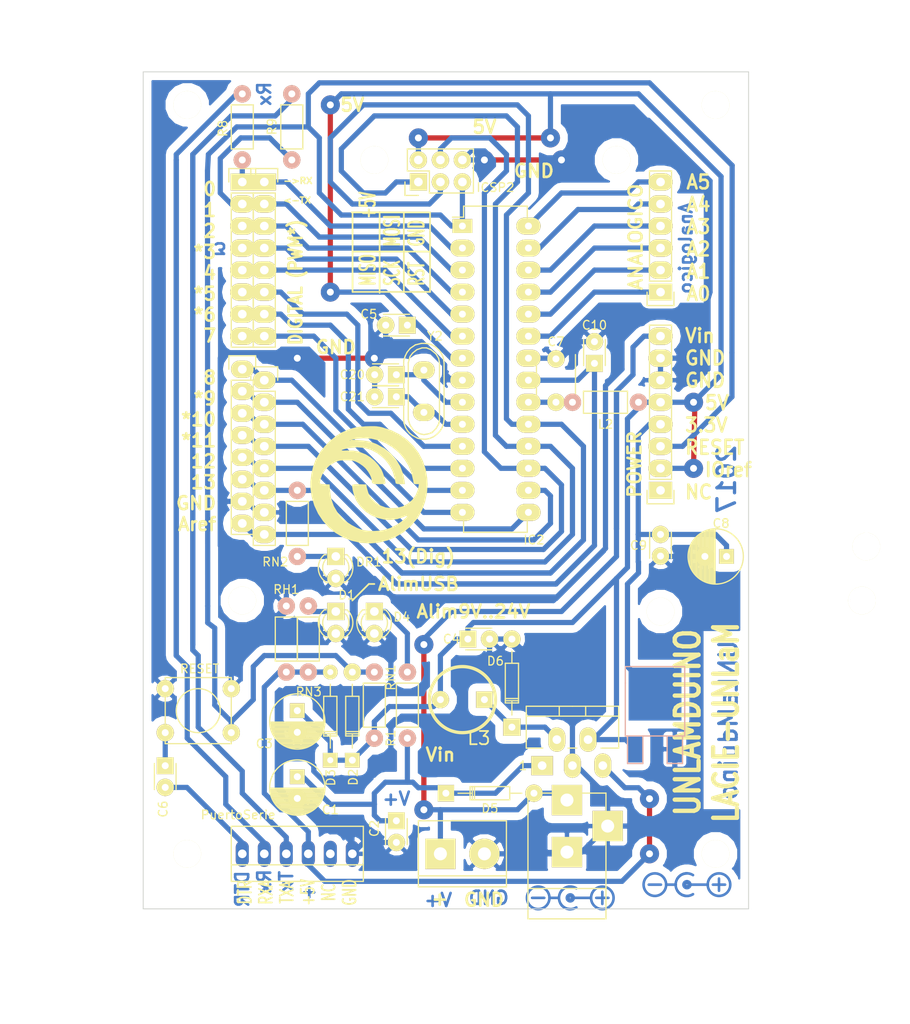
<source format=kicad_pcb>
(kicad_pcb (version 4) (host pcbnew "(2015-09-12 BZR 6188)-product")
  (title_block (title "UNLaM-duino del LACIE") (date 2016-10-08) (rev 002) (company "LACIE UNLaM") (comment 1 "Gerardo Garcia, Diego Brengi"))
  (layers (0 F.Cu signal) (31 B.Cu signal) (34 B.Paste user) (35 F.Paste user) (36 B.SilkS user) (37 F.SilkS user) (38 B.Mask user) (39 F.Mask user) (44 Edge.Cuts user))
  (net 0 "")
  (net 1 /AD0)
  (net 2 /AD1)
  (net 3 /AD2)
  (net 4 /AD3)
  (net 5 /AD4/SDA)
  (net 6 /AD5/SCL)
  (net 7 GND)
  (net 8 "Net-(C1-Pad1)")
  (net 9 +5V)
  (net 10 /RESET)
  (net 11 "Net-(C7-Pad1)")
  (net 12 +3V3)
  (net 13 /AREF)
  (net 14 /XTAL1)
  (net 15 /XTAL2)
  (net 16 "Net-(D4-Pad1)")
  (net 17 /VIN)
  (net 18 "Net-(D6-Pad1)")
  (net 19 "Net-(DR1-Pad1)")
  (net 20 /IO12)
  (net 21 /IO13)
  (net 22 /IO11)
  (net 23 /IO10)
  (net 24 /IO9)
  (net 25 /IO8)
  (net 26 /IO0)
  (net 27 /IO1)
  (net 28 /IO2)
  (net 29 /IO3)
  (net 30 /IO4)
  (net 31 /IO5)
  (net 32 /IO6)
  (net 33 /IO7)
  (net 34 /RXArdu)
  (net 35 /TXArdu)
  (net 36 /DTR)
  (net 37 "Net-(D1-Pad1)")
  (net 38 /Fuente0)
  (module w_logo:Logo_copper_polarity_center_10x2.8mm (layer B.Cu) (at 75.946 140.97)
    (fp_text reference G*** hide)
    (fp_text value LOGO hide)
    (fp_line (start 3.7 -0.7) (end 3.7 0.7) (layer B.Cu) (width 0.3))
    (fp_line (start 3 0) (end 4.4 0) (layer B.Cu) (width 0.3))
    (fp_line (start -4.4 0) (end -3 0) (layer B.Cu) (width 0.3))
    (fp_arc (start 0 0) (end 0.7 -1.1) (angle -90) (layer B.Cu) (width 0.3))
    (fp_arc (start 0 0) (end -1.1 0.7) (angle -90) (layer B.Cu) (width 0.3))
    (fp_circle (center 0 0) (end -0.4 0) (layer B.Cu) (width 0.3))
    (fp_circle (center 0 0) (end -0.3 -0.1) (layer B.Cu) (width 0.3))
    (fp_circle (center 0 0) (end -0.2 0) (layer B.Cu) (width 0.3))
    (fp_circle (center 0 0) (end -0.1 0) (layer B.Cu) (width 0.3))
    (fp_line (start 2.4 0) (end 0.3 0) (layer B.Cu) (width 0.3))
    (fp_circle (center 3.7 0) (end 5 0) (layer B.Cu) (width 0.3))
    (fp_circle (center -3.7 0) (end -2.4 0) (layer B.Cu) (width 0.3))
    (fp_line (start -1.3 0) (end -2.4 0) (layer B.Cu) (width 0.3))
    (fp_arc (start 0 0) (end 0 -1.3) (angle -90) (layer B.Cu) (width 0.3))
    (fp_arc (start 0 0) (end -1.3 0) (angle -90) (layer B.Cu) (width 0.3))
  )
  (module LOGO (layer F.Cu) (at 52.705 93.345)
    (fp_text reference G*** hide)
    (fp_text value LOGO hide)
  )
  (module Housings_DIP:DIP-28_W7.62mm_LongPads (layer F.Cu) (at 63.5 63.5)
    (fp_text reference IC2 (at 8.255 36.195 180) (layer F.SilkS))
    (fp_text value ATMEGA328-P)
    (pad 1 thru_hole rect (at 0 0) (size 2.3 1.6) (drill 0.8) (layers *.Cu *.Mask F.SilkS) (net 10 /RESET))
    (pad 2 thru_hole oval (at 0 2.54) (size 2.8 1.95) (drill 0.8) (layers *.Cu *.Mask F.SilkS) (net 26 /IO0))
    (pad 3 thru_hole oval (at 0 5.08) (size 2.8 1.95) (drill 0.8) (layers *.Cu *.Mask F.SilkS) (net 27 /IO1))
    (pad 4 thru_hole oval (at 0 7.62) (size 2.8 1.95) (drill 0.8) (layers *.Cu *.Mask F.SilkS) (net 28 /IO2))
    (pad 5 thru_hole oval (at 0 10.16) (size 2.8 1.95) (drill 0.8) (layers *.Cu *.Mask F.SilkS) (net 29 /IO3))
    (pad 6 thru_hole oval (at 0 12.7) (size 2.8 1.95) (drill 0.8) (layers *.Cu *.Mask F.SilkS) (net 30 /IO4))
    (pad 7 thru_hole oval (at 0 15.24) (size 2.8 1.95) (drill 0.8) (layers *.Cu *.Mask F.SilkS) (net 9 +5V))
    (pad 8 thru_hole oval (at 0 17.78) (size 2.8 1.95) (drill 0.8) (layers *.Cu *.Mask F.SilkS) (net 7 GND))
    (pad 9 thru_hole oval (at 0 20.32) (size 2.8 1.95) (drill 0.8) (layers *.Cu *.Mask F.SilkS) (net 14 /XTAL1))
    (pad 10 thru_hole oval (at 0 22.86) (size 2.8 1.95) (drill 0.8) (layers *.Cu *.Mask F.SilkS) (net 15 /XTAL2))
    (pad 11 thru_hole oval (at 0 25.4) (size 2.8 1.95) (drill 0.8) (layers *.Cu *.Mask F.SilkS) (net 31 /IO5))
    (pad 12 thru_hole oval (at 0 27.94) (size 2.8 1.95) (drill 0.8) (layers *.Cu *.Mask F.SilkS) (net 32 /IO6))
    (pad 13 thru_hole oval (at 0 30.48) (size 2.8 1.95) (drill 0.8) (layers *.Cu *.Mask F.SilkS) (net 33 /IO7))
    (pad 14 thru_hole oval (at 0 33.02) (size 2.8 1.95) (drill 0.8) (layers *.Cu *.Mask F.SilkS) (net 25 /IO8))
    (pad 15 thru_hole oval (at 7.62 33.02) (size 2.8 1.95) (drill 0.8) (layers *.Cu *.Mask F.SilkS) (net 24 /IO9))
    (pad 16 thru_hole oval (at 7.62 30.48) (size 2.8 1.95) (drill 0.8) (layers *.Cu *.Mask F.SilkS) (net 23 /IO10))
    (pad 17 thru_hole oval (at 7.62 27.94) (size 2.8 1.95) (drill 0.8) (layers *.Cu *.Mask F.SilkS) (net 22 /IO11))
    (pad 18 thru_hole oval (at 7.62 25.4) (size 2.8 1.95) (drill 0.8) (layers *.Cu *.Mask F.SilkS) (net 20 /IO12))
    (pad 19 thru_hole oval (at 7.62 22.86) (size 2.8 1.95) (drill 0.8) (layers *.Cu *.Mask F.SilkS) (net 21 /IO13))
    (pad 20 thru_hole oval (at 7.62 20.32) (size 2.8 1.95) (drill 0.8) (layers *.Cu *.Mask F.SilkS) (net 11 "Net-(C7-Pad1)"))
    (pad 21 thru_hole oval (at 7.62 17.78) (size 2.8 1.95) (drill 0.8) (layers *.Cu *.Mask F.SilkS) (net 13 /AREF))
    (pad 22 thru_hole oval (at 7.62 15.24) (size 2.8 1.95) (drill 0.8) (layers *.Cu *.Mask F.SilkS) (net 7 GND))
    (pad 23 thru_hole oval (at 7.62 12.7) (size 2.8 1.95) (drill 0.8) (layers *.Cu *.Mask F.SilkS) (net 1 /AD0))
    (pad 24 thru_hole oval (at 7.62 10.16) (size 2.8 1.95) (drill 0.8) (layers *.Cu *.Mask F.SilkS) (net 2 /AD1))
    (pad 25 thru_hole oval (at 7.62 7.62) (size 2.8 1.95) (drill 0.8) (layers *.Cu *.Mask F.SilkS) (net 3 /AD2))
    (pad 26 thru_hole oval (at 7.62 5.08) (size 2.8 1.95) (drill 0.8) (layers *.Cu *.Mask F.SilkS) (net 4 /AD3))
    (pad 27 thru_hole oval (at 7.62 2.54) (size 2.8 1.95) (drill 0.8) (layers *.Cu *.Mask F.SilkS) (net 5 /AD4/SDA))
    (pad 28 thru_hole oval (at 7.62 0) (size 2.8 1.95) (drill 0.8) (layers *.Cu *.Mask F.SilkS) (net 6 /AD5/SCL))
  )
  (module TO_SOT_Packages_SMD:TO-252-2Lead (layer B.Cu) (at 85.725 123.825 180)
    (fp_text reference U2 hide)
    (fp_text value AP111733)
    (pad 1 smd rect (at -2.286 0 180) (size 1.651 3.048) (layers B.Cu B.Paste B.Mask) (net 7 GND))
    (pad 2 smd rect (at 0 6.35 180) (size 6.096 6.096) (layers B.Cu B.Paste B.Mask) (net 12 +3V3))
    (pad 3 smd rect (at 2.286 0 180) (size 1.651 3.048) (layers B.Cu B.Paste B.Mask) (net 9 +5V))
  )
  (module Mounting_Holes:MountingHole_3.2mm_M3 (layer F.Cu) (at 109.601 106.68 90)
    (fp_text reference A6 hide)
    (fp_text value Agujero)
    (pad 1 np_thru_hole circle (at 0 0 90) (size 3.2 3.2) (drill 3.2) (layers *.Cu *.Mask F.SilkS))
  )
  (module Mounting_Holes:MountingHole_3.2mm_M3 (layer F.Cu) (at 86.36 107.95 90)
    (fp_text reference A8 hide)
    (fp_text value Agujero)
    (pad 1 np_thru_hole circle (at 0 0 90) (size 3.2 3.2) (drill 3.2) (layers *.Cu *.Mask F.SilkS))
  )
  (module Capacitors_ThroughHole:C_Disc_D3_P2.5 (layer F.Cu) (at 55.88 132.08 270)
    (fp_text reference C2 (at 0.889 2.54 270) (layer F.SilkS))
    (fp_text value 100nF)
    (pad 1 thru_hole rect (at 0 0 270) (size 1.95 1.95) (drill 0.8) (layers *.Cu *.Mask F.SilkS) (net 8 "Net-(C1-Pad1)"))
    (pad 2 thru_hole circle (at 2.5 0 270) (size 2 2) (drill 0.8) (layers *.Cu *.Mask F.SilkS) (net 7 GND))
  )
  (module Buttons_Switches_ThroughHole:SW_PUSH_SMALL (layer F.Cu) (at 33.02 119.38 180)
    (fp_text reference RESET (at -0.1524 4.826 180) (layer F.SilkS))
    (fp_text value SW_PUSH)
    (pad 1 thru_hole circle (at 3.81 -2.54 180) (size 2 2) (drill 0.8) (layers *.Cu *.Mask F.SilkS) (net 10 /RESET))
    (pad 2 thru_hole circle (at 3.81 2.54 180) (size 2 2) (drill 0.8) (layers *.Cu *.Mask F.SilkS) (net 7 GND))
    (pad 1 thru_hole circle (at -3.81 -2.54 180) (size 2 2) (drill 0.8) (layers *.Cu *.Mask F.SilkS) (net 10 /RESET))
    (pad 2 thru_hole circle (at -3.81 2.54 180) (size 2 2) (drill 0.8) (layers *.Cu *.Mask F.SilkS) (net 7 GND))
  )
  (module Mounting_Holes:MountingHole_3.2mm_M3 (layer F.Cu) (at 31.75 135.89 90)
    (fp_text reference A4 hide)
    (fp_text value Agujero)
    (pad 1 np_thru_hole circle (at 0 0 90) (size 3.2 3.2) (drill 3.2) (layers *.Cu *.Mask F.SilkS))
  )
  (module Mounting_Holes:MountingHole_3.2mm_M3 (layer F.Cu) (at 92.71 135.89 90)
    (fp_text reference A3 hide)
    (fp_text value Agujero)
    (pad 1 np_thru_hole circle (at 0 0 90) (size 3.2 3.2) (drill 3.2) (layers *.Cu *.Mask F.SilkS))
  )
  (module Pin_Headers:Pin_Header_Straight_1x08 (layer F.Cu) (at 40.64 58.42)
    (fp_text reference IOL1 hide)
    (fp_text value CONN_01X08 hide)
    (pad 1 thru_hole rect (at 0 0) (size 2.7 1.95) (drill 1) (layers *.Cu *.Mask F.SilkS) (net 26 /IO0))
    (pad 2 thru_hole oval (at 0 2.54) (size 2.8 2) (drill 1) (layers *.Cu *.Mask F.SilkS) (net 27 /IO1))
    (pad 3 thru_hole oval (at 0 5.08) (size 2.8 2) (drill 1) (layers *.Cu *.Mask F.SilkS) (net 28 /IO2))
    (pad 4 thru_hole oval (at 0 7.62) (size 2.8 2) (drill 1) (layers *.Cu *.Mask F.SilkS) (net 29 /IO3))
    (pad 5 thru_hole oval (at 0 10.16) (size 2.8 2) (drill 1) (layers *.Cu *.Mask F.SilkS) (net 30 /IO4))
    (pad 6 thru_hole oval (at 0 12.7) (size 2.8 2) (drill 1) (layers *.Cu *.Mask F.SilkS) (net 31 /IO5))
    (pad 7 thru_hole oval (at 0 15.24) (size 2.8 2) (drill 1) (layers *.Cu *.Mask F.SilkS) (net 32 /IO6))
    (pad 8 thru_hole oval (at 0 17.78) (size 2.8 2) (drill 1) (layers *.Cu *.Mask F.SilkS) (net 33 /IO7))
  )
  (module Pin_Headers:Pin_Header_Straight_1x08 (layer F.Cu) (at 40.64 81.28)
    (fp_text reference IOH1 hide)
    (fp_text value CONN_01X08)
    (pad 1 thru_hole oval (at 0 0) (size 2.6 2) (drill 1.016) (layers *.Cu *.Mask F.SilkS) (net 25 /IO8) (clearance 0.3))
    (pad 2 thru_hole oval (at 0 2.54) (size 2.6 2) (drill 1.016) (layers *.Cu *.Mask F.SilkS) (net 24 /IO9) (clearance 0.3))
    (pad 3 thru_hole oval (at 0 5.08) (size 2.6 2) (drill 1.016) (layers *.Cu *.Mask F.SilkS) (net 23 /IO10) (clearance 0.3))
    (pad 4 thru_hole oval (at 0 7.62) (size 2.6 2) (drill 1.016) (layers *.Cu *.Mask F.SilkS) (net 22 /IO11) (clearance 0.3))
    (pad 5 thru_hole oval (at 0 10.16) (size 2.6 2) (drill 1.016) (layers *.Cu *.Mask F.SilkS) (net 20 /IO12) (clearance 0.3))
    (pad 6 thru_hole oval (at 0 12.7) (size 2.6 2) (drill 1.016) (layers *.Cu *.Mask F.SilkS) (net 21 /IO13) (clearance 0.3))
    (pad 7 thru_hole oval (at 0 15.24) (size 2.6 2) (drill 1.016) (layers *.Cu *.Mask F.SilkS) (net 7 GND) (clearance 0.3))
    (pad 8 thru_hole oval (at 0 17.78) (size 2.6 2) (drill 1.016) (layers *.Cu *.Mask F.SilkS) (net 13 /AREF) (clearance 0.3))
  )
  (module Connect:BARREL_JACK (layer F.Cu) (at 75.565 135.89 90)
    (fp_text reference JP1 hide)
    (fp_text value BARREL_JACK)
    (pad 1 thru_hole rect (at 6.20014 0 90) (size 3.50012 3.50012) (drill 1.5) (layers *.Cu *.Mask F.SilkS) (net 17 /VIN))
    (pad 2 thru_hole rect (at 0.20066 0 90) (size 3.50012 3.50012) (drill 1.5) (layers *.Cu *.Mask F.SilkS) (net 7 GND))
    (pad 3 thru_hole rect (at 3.2004 4.699 90) (size 3.50012 3.50012) (drill 1.5) (layers *.Cu *.Mask F.SilkS) (net 7 GND))
  )
  (module Capacitors_ThroughHole:C_Disc_D6_P5 (layer F.Cu) (at 74.295 83.82 90)
    (fp_text reference C7 (at 6.985 0 360) (layer F.SilkS))
    (fp_text value 100nF)
    (pad 1 thru_hole circle (at 0 0 90) (size 2 2) (drill 0.8) (layers *.Cu *.Mask F.SilkS) (net 11 "Net-(C7-Pad1)"))
    (pad 2 thru_hole circle (at 5 0 90) (size 2 2) (drill 0.8) (layers *.Cu *.Mask F.SilkS) (net 7 GND))
  )
  (module Mounting_Holes:MountingHole_3.2mm_M3 (layer F.Cu) (at 92.71 49.53 90)
    (fp_text reference A2 hide)
    (fp_text value Agujero)
    (pad 1 np_thru_hole circle (at 0 0 90) (size 3.2 3.2) (drill 3.2) (layers *.Cu *.Mask F.SilkS))
  )
  (module Mounting_Holes:MountingHole_3.2mm_M3 (layer F.Cu) (at 31.75 49.53 90)
    (fp_text reference A1 hide)
    (fp_text value Agujero)
    (pad 1 np_thru_hole circle (at 0 0 90) (size 3.2 3.2) (drill 3.2) (layers *.Cu *.Mask F.SilkS))
  )
  (module Pin_Headers:Pin_Header_Straight_1x06 (layer F.Cu) (at 86.36 71.12 180)
    (fp_text reference AD1 hide)
    (fp_text value CONN_01X06 hide)
    (pad 1 thru_hole rect (at 0 0 180) (size 2.7 1.95) (drill 1) (layers *.Cu *.Mask F.SilkS) (net 1 /AD0))
    (pad 2 thru_hole oval (at 0 2.54 180) (size 2.8 2) (drill 1) (layers *.Cu *.Mask F.SilkS) (net 2 /AD1))
    (pad 3 thru_hole oval (at 0 5.08 180) (size 2.8 2) (drill 1) (layers *.Cu *.Mask F.SilkS) (net 3 /AD2))
    (pad 4 thru_hole oval (at 0 7.62 180) (size 2.8 2) (drill 1) (layers *.Cu *.Mask F.SilkS) (net 4 /AD3))
    (pad 5 thru_hole oval (at 0 10.16 180) (size 2.8 2) (drill 1) (layers *.Cu *.Mask F.SilkS) (net 5 /AD4/SDA))
    (pad 6 thru_hole oval (at 0 12.7 180) (size 2.8 2) (drill 1) (layers *.Cu *.Mask F.SilkS) (net 6 /AD5/SCL))
  )
  (module Capacitors_ThroughHole:C_Radial_D6.3_L11.2_P2.5 (layer F.Cu) (at 44.45 119.38 270)
    (fp_text reference C3 (at 3.81 3.81 360) (layer F.SilkS))
    (fp_text value "100uF 16v")
    (pad 2 thru_hole circle (at 2.5 0 270) (size 2 2) (drill 0.8) (layers *.Cu *.Mask F.SilkS) (net 7 GND))
    (pad 1 thru_hole rect (at 0 0 270) (size 1.7 1.7) (drill 0.8) (layers *.Cu *.Mask F.SilkS) (net 9 +5V))
  )
  (module Capacitors_ThroughHole:C_Disc_D3_P2.5 (layer F.Cu) (at 55.88 80.645 180)
    (fp_text reference C20 (at 5.08 0 360) (layer F.SilkS))
    (fp_text value 22pF)
    (pad 1 thru_hole rect (at 0 0 180) (size 1.95 1.95) (drill 0.8) (layers *.Cu *.Mask F.SilkS) (net 14 /XTAL1))
    (pad 2 thru_hole circle (at 2.5 0 180) (size 2 2) (drill 0.8) (layers *.Cu *.Mask F.SilkS) (net 7 GND))
  )
  (module Capacitors_ThroughHole:C_Disc_D3_P2.5 (layer F.Cu) (at 55.88 83.185 180)
    (fp_text reference C21 (at 5.08 0 360) (layer F.SilkS))
    (fp_text value 22pF)
    (pad 1 thru_hole rect (at 0 0 180) (size 1.95 1.95) (drill 0.8) (layers *.Cu *.Mask F.SilkS) (net 15 /XTAL2))
    (pad 2 thru_hole circle (at 2.5 0 180) (size 2 2) (drill 0.8) (layers *.Cu *.Mask F.SilkS) (net 7 GND))
  )
  (module Pin_Headers:Pin_Header_Straight_2x03 (layer F.Cu) (at 58.42 58.42 90)
    (fp_text reference ICSP2 (at -0.635 8.89 180) (layer F.SilkS))
    (fp_text value CONN_02X03)
    (pad 1 thru_hole rect (at 0 0 90) (size 2 2) (drill 1) (layers *.Cu *.Mask F.SilkS) (net 20 /IO12))
    (pad 2 thru_hole circle (at 2.54 0 90) (size 2 2) (drill 1) (layers *.Cu *.Mask F.SilkS) (net 9 +5V))
    (pad 3 thru_hole circle (at 0 2.54 90) (size 2 2) (drill 1) (layers *.Cu *.Mask F.SilkS) (net 21 /IO13))
    (pad 4 thru_hole circle (at 2.54 2.54 90) (size 2 2) (drill 1) (layers *.Cu *.Mask F.SilkS) (net 22 /IO11))
    (pad 5 thru_hole circle (at 0 5.08 90) (size 2 2) (drill 1) (layers *.Cu *.Mask F.SilkS) (net 10 /RESET))
    (pad 6 thru_hole circle (at 2.54 5.08 90) (size 2 2) (drill 1) (layers *.Cu *.Mask F.SilkS) (net 7 GND))
  )
  (module Pin_Headers:Pin_Header_Straight_1x08 (layer F.Cu) (at 38.1 58.42)
    (fp_text reference IOL1 hide)
    (fp_text value CONN_01X08 hide)
    (pad 1 thru_hole rect (at 0 0) (size 2.7 1.95) (drill 1) (layers *.Cu *.Mask F.SilkS) (net 26 /IO0))
    (pad 2 thru_hole oval (at 0 2.54) (size 2.8 2) (drill 1) (layers *.Cu *.Mask F.SilkS) (net 27 /IO1))
    (pad 3 thru_hole oval (at 0 5.08) (size 2.8 2) (drill 1) (layers *.Cu *.Mask F.SilkS) (net 28 /IO2))
    (pad 4 thru_hole oval (at 0 7.62) (size 2.8 2) (drill 1) (layers *.Cu *.Mask F.SilkS) (net 29 /IO3))
    (pad 5 thru_hole oval (at 0 10.16) (size 2.8 2) (drill 1) (layers *.Cu *.Mask F.SilkS) (net 30 /IO4))
    (pad 6 thru_hole oval (at 0 12.7) (size 2.8 2) (drill 1) (layers *.Cu *.Mask F.SilkS) (net 31 /IO5))
    (pad 7 thru_hole oval (at 0 15.24) (size 2.8 2) (drill 1) (layers *.Cu *.Mask F.SilkS) (net 32 /IO6))
    (pad 8 thru_hole oval (at 0 17.78) (size 2.8 2) (drill 1) (layers *.Cu *.Mask F.SilkS) (net 33 /IO7))
  )
  (module Pin_Headers:Pin_Header_Straight_1x08 (layer F.Cu) (at 86.36 93.98 180)
    (fp_text reference P3 hide)
    (fp_text value CONN_01X08 hide)
    (pad 1 thru_hole rect (at 0 0 180) (size 2.7 1.95) (drill 1) (layers *.Cu *.Mask F.SilkS))
    (pad 2 thru_hole oval (at 0 2.54 180) (size 2.8 2) (drill 1) (layers *.Cu *.Mask F.SilkS) (net 9 +5V))
    (pad 3 thru_hole oval (at 0 5.08 180) (size 2.8 2) (drill 1) (layers *.Cu *.Mask F.SilkS) (net 10 /RESET))
    (pad 4 thru_hole oval (at 0 7.62 180) (size 2.8 2) (drill 1) (layers *.Cu *.Mask F.SilkS) (net 12 +3V3))
    (pad 5 thru_hole oval (at 0 10.16 180) (size 2.8 2) (drill 1) (layers *.Cu *.Mask F.SilkS) (net 9 +5V))
    (pad 6 thru_hole oval (at 0 12.7 180) (size 2.8 2) (drill 1) (layers *.Cu *.Mask F.SilkS) (net 7 GND))
    (pad 7 thru_hole oval (at 0 15.24 180) (size 2.8 2) (drill 1) (layers *.Cu *.Mask F.SilkS) (net 7 GND))
    (pad 8 thru_hole oval (at 0 17.78 180) (size 2.8 2) (drill 1) (layers *.Cu *.Mask F.SilkS) (net 17 /VIN))
  )
  (module Connect:bornier2 (layer F.Cu) (at 63.5 135.89)
    (fp_text reference PWR1 hide)
    (fp_text value CONN_01X02)
    (pad 1 thru_hole rect (at -2.54 0) (size 3.5 3.5) (drill 1.5) (layers *.Cu *.Mask F.SilkS) (net 17 /VIN))
    (pad 2 thru_hole circle (at 2.54 0) (size 3.5 3.5) (drill 1.5) (layers *.Cu *.Mask F.SilkS) (net 7 GND))
  )
  (module TO_SOT_Packages_THT:Pentawatt_Neutral_Staggered_Verical_TO220-5-T05D (layer F.Cu) (at 76.2 121.92)
    (fp_text reference U1 hide)
    (fp_text value LM2576)
    (fp_text user 1 (at -5.715 3.81 180) (layer F.SilkS))
    (pad 3 thru_hole oval (at 0 3.79984 90) (size 2.8 1.95) (drill 1) (layers *.Cu *.Mask F.SilkS) (net 7 GND))
    (pad 1 thru_hole rect (at -3.50012 3.79984 90) (size 2.2 2.5) (drill 1) (layers *.Cu *.Mask F.SilkS) (net 8 "Net-(C1-Pad1)"))
    (pad 5 thru_hole oval (at 3.50012 3.79984 90) (size 2.8 1.95) (drill 1) (layers *.Cu *.Mask F.SilkS) (net 38 /Fuente0))
    (pad 4 thru_hole oval (at 1.80086 0.8001 90) (size 2.8 1.95) (drill 1) (layers *.Cu *.Mask F.SilkS) (net 9 +5V))
    (pad 2 thru_hole oval (at -1.80086 0.8001 90) (size 2.8 1.95) (drill 1) (layers *.Cu *.Mask F.SilkS) (net 18 "Net-(D6-Pad1)"))
  )
  (module Capacitors_ThroughHole:C_Disc_D3_P2.5 (layer F.Cu) (at 64.135 111.125)
    (fp_text reference C4 (at -1.905 0) (layer F.SilkS))
    (fp_text value 100nF)
    (pad 1 thru_hole rect (at 0 0) (size 1.95 1.95) (drill 0.8) (layers *.Cu *.Mask F.SilkS) (net 9 +5V))
    (pad 2 thru_hole circle (at 2.5 0) (size 2 2) (drill 0.8) (layers *.Cu *.Mask F.SilkS) (net 7 GND))
  )
  (module Capacitors_ThroughHole:C_Disc_D3_P2.5 (layer F.Cu) (at 57.15 74.93 180)
    (fp_text reference C5 (at 4.445 1.27 360) (layer F.SilkS))
    (fp_text value 100nF)
    (pad 1 thru_hole rect (at 0 0 180) (size 1.95 1.95) (drill 0.8) (layers *.Cu *.Mask F.SilkS) (net 9 +5V))
    (pad 2 thru_hole circle (at 2.5 0 180) (size 2 2) (drill 0.8) (layers *.Cu *.Mask F.SilkS) (net 7 GND))
  )
  (module Capacitors_ThroughHole:C_Disc_D3_P2.5 (layer F.Cu) (at 29.21 125.73 270)
    (fp_text reference C6 (at 5 0.25 270) (layer F.SilkS))
    (fp_text value 100nF)
    (pad 1 thru_hole rect (at 0 0 270) (size 1.95 1.95) (drill 0.8) (layers *.Cu *.Mask F.SilkS) (net 10 /RESET))
    (pad 2 thru_hole circle (at 2.5 0 270) (size 2 2) (drill 0.8) (layers *.Cu *.Mask F.SilkS) (net 36 /DTR))
  )
  (module Capacitors_ThroughHole:C_Disc_D3_P2.5 (layer F.Cu) (at 86.36 99.06 270)
    (fp_text reference C9 (at 1.27 2.54 540) (layer F.SilkS))
    (fp_text value 100nF)
    (pad 1 thru_hole circle (at 0 0 270) (size 2 2) (drill 0.8) (layers *.Cu *.Mask F.SilkS) (net 12 +3V3))
    (pad 2 thru_hole circle (at 2.5 0 270) (size 2 2) (drill 0.8) (layers *.Cu *.Mask F.SilkS) (net 7 GND))
  )
  (module Capacitors_ThroughHole:C_Disc_D3_P2.5 (layer F.Cu) (at 78.74 76.835 270)
    (fp_text reference C10 (at -1.905 0 360) (layer F.SilkS))
    (fp_text value 100nF)
    (pad 1 thru_hole circle (at 0 0 270) (size 2 2) (drill 0.8) (layers *.Cu *.Mask F.SilkS) (net 7 GND))
    (pad 2 thru_hole rect (at 2.5 0 270) (size 1.95 1.95) (drill 0.8) (layers *.Cu *.Mask F.SilkS) (net 13 /AREF))
  )
  (module Diodes_ThroughHole:Diode_DO-35_SOD27_Horizontal_RM10 (layer F.Cu) (at 50.8 125.095 90)
    (fp_text reference D2 (at -1.9558 0.1016 90) (layer F.SilkS))
    (fp_text value 1N5819)
    (pad 2 thru_hole circle (at 10.16052 -0.00254 270) (size 2 2) (drill 0.8) (layers *.Cu *.Mask F.SilkS) (net 10 /RESET))
    (pad 1 thru_hole rect (at 0.00052 -0.00254 270) (size 1.69926 1.69926) (drill 0.8) (layers *.Cu *.Mask F.SilkS) (net 9 +5V))
  )
  (module Diodes_ThroughHole:Diode_DO-35_SOD27_Horizontal_RM10 (layer F.Cu) (at 61.595 128.905)
    (fp_text reference D5 (at 5.08 1.7526 180) (layer F.SilkS))
    (fp_text value 1N4007)
    (pad 2 thru_hole circle (at 10.16052 -0.00254 180) (size 2 2) (drill 0.8) (layers *.Cu *.Mask F.SilkS) (net 17 /VIN))
    (pad 1 thru_hole rect (at 0.00052 -0.00254 180) (size 1.9 1.9) (drill 0.8) (layers *.Cu *.Mask F.SilkS) (net 8 "Net-(C1-Pad1)"))
  )
  (module Diodes_ThroughHole:Diode_DO-35_SOD27_Horizontal_RM10 (layer F.Cu) (at 69.215 121.285 90)
    (fp_text reference D6 (at 7.62 -1.905 360) (layer F.SilkS))
    (fp_text value 1N5819)
    (pad 2 thru_hole circle (at 10.16052 -0.00254 270) (size 2 2) (drill 0.8) (layers *.Cu *.Mask F.SilkS) (net 7 GND))
    (pad 1 thru_hole rect (at 0.00052 -0.00254 270) (size 2 2) (drill 0.8) (layers *.Cu *.Mask F.SilkS) (net 18 "Net-(D6-Pad1)"))
  )
  (module Capacitors_ThroughHole:C_Radial_D6.3_L11.2_P2.5 (layer F.Cu) (at 93.98 101.6 180)
    (fp_text reference C8 (at 0.635 3.81 360) (layer F.SilkS))
    (fp_text value "100uF 16v")
    (pad 2 thru_hole circle (at 2.5 0 180) (size 2 2) (drill 0.8) (layers *.Cu *.Mask F.SilkS) (net 7 GND))
    (pad 1 thru_hole rect (at 0 0 180) (size 1.7 1.7) (drill 0.8) (layers *.Cu *.Mask F.SilkS) (net 12 +3V3))
  )
  (module Crystals:Crystal_HC50-U_Vertical (layer F.Cu) (at 59.055 82.55 270)
    (fp_text reference Y2 (at -6.35 -1.27 540) (layer F.SilkS))
    (fp_text value 16MHz)
    (pad 1 thru_hole oval (at -2.44094 0 270) (size 2 2.5) (drill 0.8) (layers *.Cu *.Mask F.SilkS) (net 14 /XTAL1))
    (pad 2 thru_hole oval (at 2.44094 0 270) (size 2 2.5) (drill 0.8) (layers *.Cu *.Mask F.SilkS) (net 15 /XTAL2))
  )
  (module Mounting_Holes:MountingHole_3.2mm_M3 (layer F.Cu) (at 81.28 55.88 90)
    (fp_text reference A9 hide)
    (fp_text value Agujero)
    (pad 1 np_thru_hole circle (at 0 0 90) (size 3.2 3.2) (drill 3.2) (layers *.Cu *.Mask F.SilkS))
  )
  (module Mounting_Holes:MountingHole_3.2mm_M3 (layer F.Cu) (at 110.109 100.457 90)
    (fp_text reference A8 hide)
    (fp_text value Agujero)
    (pad 1 np_thru_hole circle (at 0 0 90) (size 3.2 3.2) (drill 3.2) (layers *.Cu *.Mask F.SilkS))
  )
  (module Mounting_Holes:MountingHole_3.2mm_M3 (layer F.Cu) (at 53.34 55.88 90)
    (fp_text reference A7 hide)
    (fp_text value Agujero)
    (pad 1 np_thru_hole circle (at 0 0 90) (size 3.2 3.2) (drill 3.2) (layers *.Cu *.Mask F.SilkS))
  )
  (module Mounting_Holes:MountingHole_3.2mm_M3 (layer F.Cu) (at 38.1 106.68 90)
    (fp_text reference A6 hide)
    (fp_text value Agujero)
    (pad 1 np_thru_hole circle (at 0 0 90) (size 3.2 3.2) (drill 3.2) (layers *.Cu *.Mask F.SilkS))
  )
  (module huellas:INDUCTOR_V (layer F.Cu) (at 63.5 118.11 180)
    (fp_text reference L3 (at -1.905 -4.445 360) (layer F.SilkS) (effects (font (thickness 0.2032))))
    (fp_text value 330uHy hide)
    (pad 1 thru_hole rect (at -2.54 0 180) (size 1.905 1.905) (drill 0.8) (layers *.Cu *.Mask F.SilkS) (net 18 "Net-(D6-Pad1)"))
    (pad 2 thru_hole circle (at 2.54 0 180) (size 2 2) (drill 0.8) (layers *.Cu *.Mask F.SilkS) (net 9 +5V))
  )
  (module huellas:Resistor_Horizontal_RM7mm3d (layer F.Cu) (at 83.82 83.82 180)
    (fp_text reference L2 (at 3.81 -2.54 360) (layer F.SilkS))
    (fp_text value L_Small)
    (pad 1 thru_hole circle (at 0 0 180) (size 2 2) (drill 0.8) (layers *.Cu *.SilkS *.Mask) (net 9 +5V))
    (pad 2 thru_hole circle (at 7.62 0 180) (size 2 2) (drill 0.8) (layers *.Cu *.SilkS *.Mask) (net 11 "Net-(C7-Pad1)"))
  )
  (module huellas:Resistor_Horizontal_RM7mm3d (layer F.Cu) (at 57.15 114.935 270)
    (fp_text reference R1 (at 7.62 1.905 450) (layer F.SilkS))
    (fp_text value 1K)
    (pad 1 thru_hole circle (at 0 0 270) (size 2 2) (drill 0.8) (layers *.Cu *.SilkS *.Mask) (net 16 "Net-(D4-Pad1)"))
    (pad 2 thru_hole circle (at 7.62 0 270) (size 2 2) (drill 0.8) (layers *.Cu *.SilkS *.Mask) (net 8 "Net-(C1-Pad1)"))
  )
  (module huellas:Resistor_Horizontal_RM7mm3d (layer F.Cu) (at 38.1 55.88 90)
    (fp_text reference R8 (at 3.6322 -2.2352 270) (layer F.SilkS))
    (fp_text value 1K)
    (pad 1 thru_hole circle (at 0 0 90) (size 2 2) (drill 0.8) (layers *.Cu *.SilkS *.Mask) (net 26 /IO0))
    (pad 2 thru_hole circle (at 7.62 0 90) (size 2 2) (drill 0.8) (layers *.Cu *.SilkS *.Mask) (net 34 /RXArdu))
  )
  (module huellas:Resistor_Horizontal_RM7mm3d (layer F.Cu) (at 43.815 55.88 90)
    (fp_text reference R9 (at 3.8354 -2.286 270) (layer F.SilkS))
    (fp_text value 1K)
    (pad 1 thru_hole circle (at 0 0 90) (size 2 2) (drill 0.8) (layers *.Cu *.SilkS *.Mask) (net 27 /IO1))
    (pad 2 thru_hole circle (at 7.62 0 90) (size 2 2) (drill 0.8) (layers *.Cu *.SilkS *.Mask) (net 35 /TXArdu))
  )
  (module huellas:Resistor_Horizontal_RM7mm3d (layer F.Cu) (at 53.34 122.555 90)
    (fp_text reference RN1 (at 6.985 1.905 270) (layer F.SilkS))
    (fp_text value 10K)
    (pad 1 thru_hole circle (at 0 0 90) (size 2 2) (drill 0.8) (layers *.Cu *.SilkS *.Mask) (net 9 +5V))
    (pad 2 thru_hole circle (at 7.62 0 90) (size 2 2) (drill 0.8) (layers *.Cu *.SilkS *.Mask) (net 10 /RESET))
  )
  (module huellas:Resistor_Horizontal_RM7mm3d (layer F.Cu) (at 44.45 101.6 90)
    (fp_text reference RN2 (at -0.635 -2.54 360) (layer F.SilkS))
    (fp_text value 1K)
    (pad 1 thru_hole circle (at 0 0 90) (size 2 2) (drill 0.8) (layers *.Cu *.SilkS *.Mask) (net 19 "Net-(DR1-Pad1)"))
    (pad 2 thru_hole circle (at 7.62 0 90) (size 2 2) (drill 0.8) (layers *.Cu *.SilkS *.Mask) (net 21 /IO13))
  )
  (module Capacitors_ThroughHole:C_Radial_D6.3_L11.2_P2.5 (layer F.Cu) (at 44.45 127 270)
    (fp_text reference C1 (at 3.81 -3.81 360) (layer F.SilkS))
    (fp_text value "100uF 35V")
    (pad 2 thru_hole circle (at 2.5 0 270) (size 2 2) (drill 0.8) (layers *.Cu *.Mask F.SilkS) (net 7 GND))
    (pad 1 thru_hole rect (at 0 0 270) (size 1.7 1.7) (drill 0.8) (layers *.Cu *.Mask F.SilkS) (net 8 "Net-(C1-Pad1)"))
  )
  (module Diodes_ThroughHole:Diode_DO-35_SOD27_Horizontal_RM10 (layer F.Cu) (at 48.26 125.095 90)
    (fp_text reference D3 (at -2.0066 0.0508 90) (layer F.SilkS))
    (fp_text value 1N4007)
    (pad 2 thru_hole circle (at 10.16052 -0.00254 270) (size 1.69926 1.69926) (drill 0.70104) (layers *.Cu *.Mask F.SilkS) (net 38 /Fuente0))
    (pad 1 thru_hole rect (at 0.00052 -0.00254 270) (size 1.69926 1.69926) (drill 0.70104) (layers *.Cu *.Mask F.SilkS) (net 9 +5V))
  )
  (module Pin_Headers:Pin_Header_Straight_1x08 (layer F.Cu) (at 38.1 80.01)
    (fp_text reference IOH1 hide)
    (fp_text value CONN_01X08)
    (pad 1 thru_hole oval (at 0 0) (size 2.6 2) (drill 1.016) (layers *.Cu *.Mask F.SilkS) (net 25 /IO8) (clearance 0.3))
    (pad 2 thru_hole oval (at 0 2.54) (size 2.6 2) (drill 1.016) (layers *.Cu *.Mask F.SilkS) (net 24 /IO9) (clearance 0.3))
    (pad 3 thru_hole oval (at 0 5.08) (size 2.6 2) (drill 1.016) (layers *.Cu *.Mask F.SilkS) (net 23 /IO10) (clearance 0.3))
    (pad 4 thru_hole oval (at 0 7.62) (size 2.6 2) (drill 1.016) (layers *.Cu *.Mask F.SilkS) (net 22 /IO11) (clearance 0.3))
    (pad 5 thru_hole oval (at 0 10.16) (size 2.6 2) (drill 1.016) (layers *.Cu *.Mask F.SilkS) (net 20 /IO12) (clearance 0.3))
    (pad 6 thru_hole oval (at 0 12.7) (size 2.6 2) (drill 1.016) (layers *.Cu *.Mask F.SilkS) (net 21 /IO13) (clearance 0.3))
    (pad 7 thru_hole oval (at 0 15.24) (size 2.6 2) (drill 1.016) (layers *.Cu *.Mask F.SilkS) (net 7 GND) (clearance 0.3))
    (pad 8 thru_hole oval (at 0 17.78) (size 2.6 2) (drill 1.016) (layers *.Cu *.Mask F.SilkS) (net 13 /AREF) (clearance 0.3))
  )
  (module huellas:Resistor_Horizontal_RM7mm3d (layer F.Cu) (at 43.18 114.935 90)
    (fp_text reference RH1 (at 9.525 0 360) (layer F.SilkS))
    (fp_text value 10K)
    (pad 1 thru_hole circle (at 0 0 90) (size 1.99898 1.99898) (drill 0.8) (layers *.Cu *.SilkS *.Mask) (net 38 /Fuente0))
    (pad 2 thru_hole circle (at 7.62 0 90) (size 1.99898 1.99898) (drill 0.8) (layers *.Cu *.SilkS *.Mask) (net 7 GND))
  )
  (module huellas:Resistor_Horizontal_RM7mm3d (layer F.Cu) (at 45.72 107.315 270)
    (fp_text reference RN3 (at 9.906 -0.0508 540) (layer F.SilkS))
    (fp_text value 1K)
    (pad 1 thru_hole circle (at 0 0 270) (size 1.99898 1.99898) (drill 0.8) (layers *.Cu *.SilkS *.Mask) (net 37 "Net-(D1-Pad1)"))
    (pad 2 thru_hole circle (at 7.62 0 270) (size 1.99898 1.99898) (drill 0.8) (layers *.Cu *.SilkS *.Mask) (net 38 /Fuente0))
  )
  (module Connect:PINHEAD1-6 (layer F.Cu) (at 44.45 135.89 180)
    (fp_text reference PuertoSerie (at 6.8326 4.4958 180) (layer F.SilkS))
    (fp_text value CONN_01X06)
    (pad 1 thru_hole oval (at -6.35 0 180) (size 1.50622 3.01498) (drill 0.99822) (layers *.Cu *.Mask) (net 7 GND))
    (pad 2 thru_hole oval (at -3.81 0 180) (size 1.50622 3.01498) (drill 0.99822) (layers *.Cu *.Mask))
    (pad 3 thru_hole oval (at -1.27 0 180) (size 1.50622 3.01498) (drill 0.99822) (layers *.Cu *.Mask) (net 38 /Fuente0))
    (pad 4 thru_hole oval (at 1.27 0 180) (size 1.50622 3.01498) (drill 0.99822) (layers *.Cu *.Mask) (net 35 /TXArdu))
    (pad 5 thru_hole oval (at 3.81 0 180) (size 1.50622 3.01498) (drill 0.99822) (layers *.Cu *.Mask) (net 34 /RXArdu))
    (pad 6 thru_hole oval (at 6.35 0 180) (size 1.50622 3.01498) (drill 0.99822) (layers *.Cu *.Mask) (net 36 /DTR))
  )
  (module LEDs:LED-3MM (layer F.Cu) (at 48.895 107.95 270)
    (fp_text reference D1 (at -1.905 -1.27 360) (layer F.SilkS))
    (fp_text value Verde)
    (pad 1 thru_hole rect (at 0 0) (size 2 2) (drill 1.00076) (layers *.Cu *.Mask F.SilkS) (net 37 "Net-(D1-Pad1)"))
    (pad 2 thru_hole circle (at 2.54 0 270) (size 2 2) (drill 1.00076) (layers *.Cu *.Mask F.SilkS) (net 7 GND))
  )
  (module LEDs:LED-3MM (layer F.Cu) (at 53.34 107.95 270)
    (fp_text reference D4 (at 0.635 -3.175 360) (layer F.SilkS))
    (fp_text value Verde)
    (pad 1 thru_hole rect (at 0 0) (size 2 2) (drill 1.00076) (layers *.Cu *.Mask F.SilkS) (net 16 "Net-(D4-Pad1)"))
    (pad 2 thru_hole circle (at 2.54 0 270) (size 2 2) (drill 1.00076) (layers *.Cu *.Mask F.SilkS) (net 7 GND))
  )
  (module LEDs:LED-3MM (layer F.Cu) (at 48.895 101.6 270)
    (fp_text reference DR1 (at 0.635 -3.81 360) (layer F.SilkS))
    (fp_text value Rojo)
    (pad 1 thru_hole rect (at 0 0) (size 2 2) (drill 1.00076) (layers *.Cu *.Mask F.SilkS) (net 19 "Net-(DR1-Pad1)"))
    (pad 2 thru_hole circle (at 2.54 0 270) (size 2 2) (drill 1.00076) (layers *.Cu *.Mask F.SilkS) (net 7 GND))
  )
  (module w_logo:Logo_copper_polarity_center_10x2.8mm (layer B.Cu) (at 89.408 139.446)
    (fp_text reference G*** hide)
    (fp_text value LOGO hide)
    (fp_line (start 3.7 -0.7) (end 3.7 0.7) (layer B.Cu) (width 0.3))
    (fp_line (start 3 0) (end 4.4 0) (layer B.Cu) (width 0.3))
    (fp_line (start -4.4 0) (end -3 0) (layer B.Cu) (width 0.3))
    (fp_arc (start 0 0) (end 0.7 -1.1) (angle -90) (layer B.Cu) (width 0.3))
    (fp_arc (start 0 0) (end -1.1 0.7) (angle -90) (layer B.Cu) (width 0.3))
    (fp_circle (center 0 0) (end -0.4 0) (layer B.Cu) (width 0.3))
    (fp_circle (center 0 0) (end -0.3 -0.1) (layer B.Cu) (width 0.3))
    (fp_circle (center 0 0) (end -0.2 0) (layer B.Cu) (width 0.3))
    (fp_circle (center 0 0) (end -0.1 0) (layer B.Cu) (width 0.3))
    (fp_line (start 2.4 0) (end 0.3 0) (layer B.Cu) (width 0.3))
    (fp_circle (center 3.7 0) (end 5 0) (layer B.Cu) (width 0.3))
    (fp_circle (center -3.7 0) (end -2.4 0) (layer B.Cu) (width 0.3))
    (fp_line (start -1.3 0) (end -2.4 0) (layer B.Cu) (width 0.3))
    (fp_arc (start 0 0) (end 0 -1.3) (angle -90) (layer B.Cu) (width 0.3))
    (fp_arc (start 0 0) (end -1.3 0) (angle -90) (layer B.Cu) (width 0.3))
  )
  (gr_text GND (at 66.548 140.97) (layer B.Cu) (effects (font (size 1.5 1.5) (thickness 0.3)) (justify mirror)))
  (gr_text V+ (at 60.706 141.224) (layer B.Cu) (effects (font (size 1.5 1.5) (thickness 0.3)) (justify mirror)))
  (gr_text DTR (at 38.1 139.954 90) (layer B.Cu) (effects (font (size 1.5 1.5) (thickness 0.3)) (justify mirror)))
  (gr_line (start 52.705 104.775) (end 53.34 104.775) (angle 90) (layer F.SilkS) (width 0.2))
  (gr_line (start 50.8 106.68) (end 52.705 104.775) (angle 90) (layer F.SilkS) (width 0.2))
  (gr_text AlimUSB (at 58.42 104.775) (layer F.SilkS) (effects (font (size 1.5 1.5) (thickness 0.3))))
  (gr_text Alim9V..24V (at 64.77 107.95) (layer F.SilkS) (effects (font (size 1.5 1.5) (thickness 0.3))))
  (gr_text "13(Dig)" (at 58.42 101.6) (layer F.SilkS) (effects (font (size 1.5 1.5) (thickness 0.3))))
  (gr_text Vin (at 60.96 124.46) (layer F.SilkS) (effects (font (size 1.5 1.5) (thickness 0.3))))
  (gr_text 5V (at 50.8 49.53) (layer F.SilkS) (effects (font (size 1.5 1.5) (thickness 0.3))))
  (gr_text GND (at 48.895 77.47) (layer F.SilkS) (effects (font (size 1.5 1.5) (thickness 0.3))))
  (gr_text 5V (at 66.04 52.07) (layer F.SilkS) (effects (font (size 1.5 1.5) (thickness 0.3))))
  (gr_text UNLaMduino (at 94.1832 120.4722 90) (layer B.Cu) (effects (font (size 2.032 2.032) (thickness 0.3556)) (justify mirror)))
  (gr_text "->RX\n\n<-TX" (at 42.7482 59.4106) (layer F.SilkS) (effects (font (size 0.7 0.75) (thickness 0.175)) (justify left)))
  (gr_text "DIGITAL (PWM*)" (at 44.2468 77.3938 90) (layer F.SilkS) (effects (font (size 1.5 1.25) (thickness 0.3)) (justify left)))
  (gr_line (start 50.8254 66.4464) (end 59.7154 66.4464) (angle 90) (layer F.SilkS) (width 0.2))
  (gr_line (start 56.7436 71.0946) (end 56.515 71.0946) (angle 90) (layer F.SilkS) (width 0.2))
  (gr_line (start 56.7436 61.9252) (end 56.7436 71.0946) (angle 90) (layer F.SilkS) (width 0.2))
  (gr_line (start 53.9496 61.8744) (end 53.9496 71.1962) (angle 90) (layer F.SilkS) (width 0.2))
  (gr_line (start 50.8254 71.0946) (end 50.8254 62.0522) (angle 90) (layer F.SilkS) (width 0.2))
  (gr_line (start 59.7662 71.0946) (end 50.8254 71.0946) (angle 90) (layer F.SilkS) (width 0.2))
  (gr_line (start 59.7662 61.9252) (end 59.7662 71.0946) (angle 90) (layer F.SilkS) (width 0.2))
  (gr_line (start 50.7238 61.9252) (end 59.7662 61.9252) (angle 90) (layer F.SilkS) (width 0.2))
  (gr_text "MISO	+5V\nSCK	 MOSI\nRST	 GND" (at 55.3974 70.5358 90) (layer F.SilkS) (effects (font (size 1.75 1) (thickness 0.25)) (justify left)))
  (gr_text "0\n1\n2\n*3\n4\n*5\n*6\n7\n\n8\n*9\n*10\n*11\n12\n13\nGND\nAref" (at 35.2552 78.5622) (layer F.SilkS) (effects (font (size 1.5 1.5) (thickness 0.3)) (justify right)))
  (gr_text "Vin\nGND\nGND\n  5V\n3.3V\nRESET\n  IOref\nNC" (at 89.027 85.1662) (layer F.SilkS) (effects (font (size 1.6 1.5) (thickness 0.3)) (justify left)))
  (gr_text "A5\nA4\nA3\nA2\nA1\nA0" (at 89.1794 64.8716) (layer F.SilkS) (effects (font (size 1.6 1.5) (thickness 0.3)) (justify left)))
  (gr_text POWER (at 83.3628 94.996 90) (layer F.SilkS) (effects (font (size 1.5 1.5) (thickness 0.3)) (justify left)))
  (gr_text ANALOGICO (at 83.4898 71.0692 90) (layer F.SilkS) (effects (font (size 1.5 1.5) (thickness 0.3)) (justify left)))
  (gr_text "DTR\nRXA\nTXA\n+5V\nNC\nGND" (at 44.45 140.335 90) (layer F.SilkS) (effects (font (size 1.5 1) (thickness 0.2))))
  (gr_text GND (at 65.9892 141.1986) (layer F.SilkS) (effects (font (size 1.5 1.5) (thickness 0.3))))
  (gr_line (start 26.67 142.24) (end 96.52 142.24) (angle 90) (layer Edge.Cuts) (width 0.1))
  (gr_line (start 26.67 45.72) (end 26.67 142.24) (angle 90) (layer Edge.Cuts) (width 0.1))
  (gr_line (start 96.52 45.72) (end 26.67 45.72) (angle 90) (layer Edge.Cuts) (width 0.1))
  (gr_line (start 96.52 142.24) (end 96.52 45.72) (angle 90) (layer Edge.Cuts) (width 0.1))
  (gr_text 3 (at 35.56 66.04 180) (layer B.Cu) (effects (font (size 1.2 1.5) (thickness 0.3)) (justify mirror)))
  (gr_text V+ (at 55.88 129.54) (layer B.Cu) (effects (font (size 1.5 1.5) (thickness 0.3)) (justify mirror)))
  (gr_text + (at 45.72 140.335 90) (layer B.Cu) (effects (font (size 1.5 1.5) (thickness 0.3)) (justify mirror)))
  (gr_text Rx (at 40.64 139.065 90) (layer B.Cu) (effects (font (size 1.5 1.5) (thickness 0.3)) (justify mirror)))
  (gr_text Tx (at 43.18 139.065 90) (layer B.Cu) (effects (font (size 1.5 1.5) (thickness 0.3)) (justify mirror)))
  (gr_text Rx (at 40.64 48.26 90) (layer B.Cu) (effects (font (size 1.5 1.5) (thickness 0.3)) (justify mirror)))
  (gr_text + (at 60.7822 141.1732 90) (layer F.SilkS) (effects (font (size 1.5 1.5) (thickness 0.3))))
  (gr_text GND (at 71.755 57.15) (layer F.SilkS) (effects (font (size 1.5 1.5) (thickness 0.3))))
  (gr_text "UNLAMDUINO\nLACIE-UNLaM" (at 91.7194 120.7516 90) (layer F.SilkS) (effects (font (size 2.75 2.25) (thickness 0.5))))
  (gr_text "Analogico\n" (at 89.281 66.04 90) (layer B.Cu) (effects (font (size 1.45 1.45) (thickness 0.3)) (justify mirror)))
  (gr_text "2017\n" (at 93.98 92.71 90) (layer B.Cu) (effects (font (size 2.032 2.032) (thickness 0.381)) (justify mirror)))
  (segment (start 71.12 76.2) (end 73.66 76.2) (width 0.6) (layer B.Cu) (net 1))
  (segment (start 78.74 71.12) (end 86.36 71.12) (width 0.6) (layer B.Cu) (net 1))
  (segment (start 73.66 76.2) (end 78.74 71.12) (width 0.6) (layer B.Cu) (net 1))
  (segment (start 71.12 73.66) (end 73.66 73.66) (width 0.6) (layer B.Cu) (net 2))
  (segment (start 78.74 68.58) (end 86.36 68.58) (width 0.6) (layer B.Cu) (net 2))
  (segment (start 73.66 73.66) (end 78.74 68.58) (width 0.6) (layer B.Cu) (net 2))
  (segment (start 71.12 71.12) (end 73.66 71.12) (width 0.6) (layer B.Cu) (net 3))
  (segment (start 78.74 66.04) (end 86.36 66.04) (width 0.6) (layer B.Cu) (net 3))
  (segment (start 73.66 71.12) (end 78.74 66.04) (width 0.6) (layer B.Cu) (net 3))
  (segment (start 71.12 68.58) (end 73.66 68.58) (width 0.6) (layer B.Cu) (net 4))
  (segment (start 78.74 63.5) (end 86.36 63.5) (width 0.6) (layer B.Cu) (net 4))
  (segment (start 73.66 68.58) (end 78.74 63.5) (width 0.6) (layer B.Cu) (net 4))
  (segment (start 71.12 66.04) (end 72.39 66.04) (width 0.6) (layer B.Cu) (net 5))
  (segment (start 72.39 66.04) (end 76.835 61.595) (width 0.6) (layer B.Cu) (net 5))
  (segment (start 83.82 60.96) (end 86.36 60.96) (width 0.6) (layer B.Cu) (net 5))
  (segment (start 83.185 61.595) (end 83.82 60.96) (width 0.6) (layer B.Cu) (net 5))
  (segment (start 76.835 61.595) (end 83.185 61.595) (width 0.6) (layer B.Cu) (net 5))
  (segment (start 71.12 63.5) (end 74.93 59.69) (width 0.6) (layer B.Cu) (net 6))
  (segment (start 74.93 59.69) (end 82.55 59.69) (width 0.6) (layer B.Cu) (net 6))
  (segment (start 86.36 58.42) (end 83.82 58.42) (width 0.6) (layer B.Cu) (net 6))
  (segment (start 83.82 58.42) (end 82.55 59.69) (width 0.6) (layer B.Cu) (net 6))
  (segment (start 55.245 124.46) (end 55.245 121.285) (width 0.6) (layer B.Cu) (net 7))
  (segment (start 55.245 121.285) (end 56.515 120.015) (width 0.6) (layer B.Cu) (net 7))
  (segment (start 56.515 120.015) (end 62.23 120.015) (width 0.6) (layer B.Cu) (net 7))
  (segment (start 63.5 118.745) (end 62.23 120.015) (width 0.6) (layer B.Cu) (net 7))
  (segment (start 44.45 123.825) (end 44.45 121.88) (width 0.6) (layer B.Cu) (net 7))
  (segment (start 44.45 123.825) (end 46.355 125.73) (width 0.6) (layer B.Cu) (net 7))
  (segment (start 46.355 126.365) (end 47.625 127.635) (width 0.6) (layer B.Cu) (net 7))
  (segment (start 46.355 125.73) (end 46.355 126.365) (width 0.6) (layer B.Cu) (net 7))
  (segment (start 47.625 127.635) (end 52.07 127.635) (width 0.6) (layer B.Cu) (net 7))
  (segment (start 55.245 124.46) (end 52.07 127.635) (width 0.6) (layer B.Cu) (net 7))
  (segment (start 55.245 111.125) (end 55.245 116.205) (width 0.6) (layer B.Cu) (net 7))
  (segment (start 54.61 116.84) (end 43.18 116.84) (width 0.6) (layer B.Cu) (net 7))
  (segment (start 55.245 116.205) (end 54.61 116.84) (width 0.6) (layer B.Cu) (net 7))
  (segment (start 48.895 110.49) (end 40.0812 110.49) (width 0.6) (layer B.Cu) (net 7))
  (segment (start 91.48 101.6) (end 91.48 108.545) (width 0.6) (layer B.Cu) (net 7))
  (segment (start 90.805 122.555) (end 89.535 123.825) (width 0.6) (layer B.Cu) (net 7))
  (segment (start 90.805 109.22) (end 90.805 122.555) (width 0.6) (layer B.Cu) (net 7))
  (segment (start 91.48 108.545) (end 90.805 109.22) (width 0.6) (layer B.Cu) (net 7))
  (segment (start 38.1 95.25) (end 38.608 95.25) (width 0.6) (layer B.Cu) (net 7))
  (segment (start 38.608 95.25) (end 39.878 96.52) (width 0.6) (layer B.Cu) (net 7))
  (segment (start 39.878 96.52) (end 40.64 96.52) (width 0.6) (layer B.Cu) (net 7))
  (segment (start 55.88 134.58) (end 52.11 134.58) (width 0.6) (layer B.Cu) (net 7))
  (segment (start 52.11 134.58) (end 50.8 135.89) (width 0.6) (layer B.Cu) (net 7))
  (segment (start 66.635 111.125) (end 66.635 113.07) (width 0.6) (layer B.Cu) (net 7))
  (segment (start 42.540241 123.820315) (end 42.540241 128.820241) (width 0.6) (layer B.Cu) (net 7))
  (segment (start 44.45 121.88) (end 42.540241 123.820315) (width 0.6) (layer B.Cu) (net 7))
  (segment (start 42.540241 128.820241) (end 42.545 128.825) (width 0.6) (layer B.Cu) (net 7))
  (segment (start 42.545 128.825) (end 42.545 128.905) (width 0.6) (layer B.Cu) (net 7))
  (segment (start 42.545 120.65) (end 42.545 117.475) (width 0.6) (layer B.Cu) (net 7))
  (segment (start 43.18 116.84) (end 42.545 117.475) (width 0.6) (layer B.Cu) (net 7))
  (segment (start 43.775 121.88) (end 42.545 120.65) (width 0.6) (layer B.Cu) (net 7))
  (segment (start 48.895 110.49) (end 50.8 110.49) (width 0.6) (layer B.Cu) (net 7))
  (segment (start 50.8 110.49) (end 50.8 104.14) (width 0.6) (layer B.Cu) (net 7))
  (segment (start 50.8 104.14) (end 48.895 104.14) (width 0.6) (layer B.Cu) (net 7))
  (segment (start 48.895 104.14) (end 41.91 104.14) (width 0.6) (layer B.Cu) (net 7))
  (segment (start 48.895 110.49) (end 53.34 110.49) (width 0.6) (layer B.Cu) (net 7))
  (segment (start 44.45 129.5) (end 44.45 129.54) (width 0.6) (layer B.Cu) (net 7))
  (segment (start 44.45 129.54) (end 48.26 133.35) (width 0.6) (layer B.Cu) (net 7))
  (segment (start 48.26 133.35) (end 49.53 133.35) (width 0.6) (layer B.Cu) (net 7))
  (segment (start 58.769362 76.835) (end 61.452181 79.517819) (width 0.6) (layer B.Cu) (net 7))
  (segment (start 61.452181 80.502181) (end 62.23 81.28) (width 0.6) (layer B.Cu) (net 7))
  (segment (start 61.452181 79.517819) (end 61.452181 80.502181) (width 0.6) (layer B.Cu) (net 7))
  (segment (start 81.915 73.66) (end 91.313 73.66) (width 0.6) (layer B.Cu) (net 7))
  (segment (start 92.075 71.12) (end 91.313 73.66) (width 0.6) (layer B.Cu) (net 7))
  (segment (start 75.7174 55.118) (end 79.5274 51.308) (width 0.6) (layer B.Cu) (net 7))
  (segment (start 92.075 58.293) (end 84.963 51.308) (width 0.6) (layer B.Cu) (net 7))
  (segment (start 79.5274 51.308) (end 84.963 51.308) (width 0.6) (layer B.Cu) (net 7))
  (segment (start 63.5 55.88) (end 66.04 55.88) (width 0.6) (layer B.Cu) (net 7))
  (via (at 74.93 55.88) (size 2.2) (drill 0.8) (layers F.Cu B.Cu) (net 7))
  (segment (start 66.04 55.88) (end 74.93 55.88) (width 0.6) (layer F.Cu) (net 7))
  (via (at 66.04 55.88) (size 2.2) (drill 0.8) (layers F.Cu B.Cu) (net 7))
  (segment (start 74.93 55.88) (end 75.7174 55.118) (width 0.6) (layer B.Cu) (net 7))
  (segment (start 92.075 71.12) (end 92.075 58.293) (width 0.6) (layer B.Cu) (net 7))
  (segment (start 91.313 73.66) (end 91.313 76.327) (width 0.6) (layer B.Cu) (net 7))
  (segment (start 91.313 76.327) (end 88.9 78.74) (width 0.6) (layer B.Cu) (net 7))
  (segment (start 63.5 118.745) (end 63.5 116.205) (width 0.6) (layer B.Cu) (net 7))
  (segment (start 63.5 116.205) (end 66.635 113.07) (width 0.6) (layer B.Cu) (net 7))
  (segment (start 86.36 78.74) (end 88.9 78.74) (width 0.6) (layer B.Cu) (net 7))
  (segment (start 88.9 78.74) (end 91.313 76.327) (width 0.6) (layer B.Cu) (net 7))
  (segment (start 76.2 125.71984) (end 76.2 118.745) (width 0.6) (layer B.Cu) (net 7))
  (segment (start 76.2 118.745) (end 69.21246 111.75746) (width 0.6) (layer B.Cu) (net 7))
  (segment (start 69.21246 111.75746) (end 69.21246 111.12448) (width 0.6) (layer B.Cu) (net 7))
  (segment (start 69.21246 111.12448) (end 66.63552 111.12448) (width 0.6) (layer B.Cu) (net 7))
  (segment (start 66.63552 111.12448) (end 66.635 111.125) (width 0.6) (layer B.Cu) (net 7))
  (segment (start 66.63552 111.12448) (end 66.635 111.125) (width 0.6) (layer B.Cu) (net 7))
  (segment (start 76.2 125.71984) (end 76.67244 125.71984) (width 0.6) (layer B.Cu) (net 7))
  (segment (start 76.67244 125.71984) (end 80.264 129.3114) (width 0.6) (layer B.Cu) (net 7))
  (segment (start 80.264 129.3114) (end 80.264 132.6896) (width 0.6) (layer B.Cu) (net 7))
  (segment (start 55.245 76.835) (end 58.769362 76.835) (width 0.6) (layer B.Cu) (net 7))
  (segment (start 54.65 74.93) (end 54.65 76.24) (width 0.6) (layer B.Cu) (net 7))
  (segment (start 54.65 76.24) (end 55.245 76.835) (width 0.6) (layer B.Cu) (net 7))
  (segment (start 80.264 132.6896) (end 85.7504 132.6896) (width 0.6) (layer B.Cu) (net 7))
  (segment (start 88.011 130.429) (end 88.011 123.825) (width 0.6) (layer B.Cu) (net 7))
  (segment (start 85.7504 132.6896) (end 88.011 130.429) (width 0.6) (layer B.Cu) (net 7))
  (segment (start 91.48 101.6) (end 86.4 101.6) (width 0.6) (layer B.Cu) (net 7))
  (segment (start 86.4 101.6) (end 86.36 101.56) (width 0.6) (layer B.Cu) (net 7))
  (segment (start 88.011 123.825) (end 89.535 123.825) (width 0.6) (layer B.Cu) (net 7))
  (segment (start 44.45 121.88) (end 43.775 121.88) (width 0.6) (layer B.Cu) (net 7))
  (segment (start 50.8 110.49) (end 54.61 110.49) (width 0.6) (layer B.Cu) (net 7))
  (segment (start 55.245 111.125) (end 54.61 110.49) (width 0.6) (layer B.Cu) (net 7))
  (segment (start 49.53 133.35) (end 50.8 134.62) (width 0.6) (layer B.Cu) (net 7))
  (segment (start 50.8 134.62) (end 50.8 135.89) (width 0.6) (layer B.Cu) (net 7))
  (segment (start 55.84 134.62) (end 55.88 134.58) (width 0.6) (layer B.Cu) (net 7))
  (segment (start 55.88 134.58) (end 55.88 134.62) (width 0.6) (layer B.Cu) (net 7))
  (segment (start 36.83 116.84) (end 36.83 113.03) (width 0.6) (layer B.Cu) (net 7))
  (segment (start 36.83 113.03) (end 39.37 110.49) (width 0.6) (layer B.Cu) (net 7))
  (segment (start 39.37 110.49) (end 40.0812 110.49) (width 0.6) (layer B.Cu) (net 7))
  (segment (start 43.18 107.95) (end 43.18 107.315) (width 0.6) (layer B.Cu) (net 7))
  (segment (start 40.64 110.49) (end 43.18 107.95) (width 0.6) (layer B.Cu) (net 7))
  (segment (start 40.0812 110.49) (end 40.64 110.49) (width 0.6) (layer B.Cu) (net 7))
  (segment (start 44.45 129.5) (end 43.22 129.5) (width 0.6) (layer B.Cu) (net 7))
  (segment (start 43.22 129.5) (end 42.545 128.825) (width 0.6) (layer B.Cu) (net 7))
  (segment (start 50.8 135.89) (end 50.84 135.89) (width 0.6) (layer B.Cu) (net 7))
  (segment (start 48.895 104.14) (end 50.8 104.14) (width 0.6) (layer B.Cu) (net 7))
  (segment (start 50.8 104.14) (end 50.8 110.49) (width 0.6) (layer B.Cu) (net 7))
  (segment (start 53.34 110.49) (end 49.53 110.49) (width 0.6) (layer B.Cu) (net 7))
  (segment (start 49.53 110.49) (end 48.895 110.49) (width 0.6) (layer B.Cu) (net 7))
  (segment (start 43.815 78.105) (end 36.195 78.105) (width 0.6) (layer B.Cu) (net 7))
  (segment (start 36.195 78.105) (end 35.56 78.74) (width 0.6) (layer B.Cu) (net 7))
  (segment (start 35.56 78.74) (end 35.56 95.25) (width 0.6) (layer B.Cu) (net 7))
  (segment (start 39.37 101.6) (end 36.83 101.6) (width 0.6) (layer B.Cu) (net 7))
  (segment (start 36.83 101.6) (end 35.56 100.33) (width 0.6) (layer B.Cu) (net 7))
  (segment (start 35.56 95.25) (end 38.1 95.25) (width 0.6) (layer B.Cu) (net 7))
  (segment (start 35.56 100.33) (end 35.56 95.25) (width 0.6) (layer B.Cu) (net 7))
  (segment (start 74.295 78.82) (end 74.85 78.82) (width 0.6) (layer B.Cu) (net 7))
  (segment (start 74.85 78.82) (end 76.835 76.835) (width 0.6) (layer B.Cu) (net 7))
  (segment (start 76.835 76.835) (end 78.74 76.835) (width 0.6) (layer B.Cu) (net 7))
  (segment (start 78.74 76.835) (end 81.915 73.66) (width 0.6) (layer B.Cu) (net 7))
  (segment (start 81.915 73.66) (end 82.55 73.66) (width 0.6) (layer B.Cu) (net 7))
  (segment (start 50.8 110.49) (end 50.8 104.14) (width 0.6) (layer B.Cu) (net 7))
  (segment (start 50.8 104.14) (end 53.34 104.14) (width 0.6) (layer B.Cu) (net 7))
  (segment (start 56.515 106.68) (end 55.88 106.68) (width 0.6) (layer B.Cu) (net 7))
  (segment (start 53.34 104.14) (end 55.88 106.68) (width 0.6) (layer B.Cu) (net 7))
  (segment (start 43.18 107.315) (end 43.18 105.41) (width 0.6) (layer B.Cu) (net 7))
  (segment (start 43.18 105.41) (end 41.91 104.14) (width 0.6) (layer B.Cu) (net 7))
  (segment (start 41.91 104.14) (end 40.64 102.87) (width 0.6) (layer B.Cu) (net 7))
  (segment (start 75.565 135.68934) (end 77.26426 135.68934) (width 0.6) (layer B.Cu) (net 7))
  (segment (start 77.26426 135.68934) (end 80.264 132.6896) (width 0.6) (layer B.Cu) (net 7))
  (segment (start 66.04 135.89) (end 75.36434 135.89) (width 0.6) (layer B.Cu) (net 7))
  (segment (start 75.36434 135.89) (end 75.565 135.68934) (width 0.6) (layer B.Cu) (net 7))
  (segment (start 36.195 100.965) (end 36.83 101.6) (width 0.6) (layer B.Cu) (net 7))
  (segment (start 39.37 101.6) (end 40.64 102.87) (width 0.6) (layer B.Cu) (net 7))
  (segment (start 40.64 102.87) (end 39.37 101.6) (width 0.6) (layer B.Cu) (net 7))
  (segment (start 73.999996 106.68) (end 56.515 106.68) (width 0.6) (layer B.Cu) (net 7))
  (segment (start 80.01 100.669996) (end 73.999996 106.68) (width 0.6) (layer B.Cu) (net 7))
  (segment (start 81.915 73.66) (end 81.915 80.01) (width 0.6) (layer B.Cu) (net 7))
  (segment (start 80.01 81.915) (end 80.01 100.669996) (width 0.6) (layer B.Cu) (net 7))
  (segment (start 81.915 80.01) (end 80.01 81.915) (width 0.6) (layer B.Cu) (net 7))
  (segment (start 80.01 100.669996) (end 73.999996 106.68) (width 0.6) (layer B.Cu) (net 7))
  (segment (start 73.999996 106.68) (end 56.515 106.68) (width 0.6) (layer B.Cu) (net 7))
  (segment (start 36.83 101.6) (end 39.37 101.6) (width 0.6) (layer B.Cu) (net 7))
  (segment (start 38.1 95.25) (end 36.83 95.25) (width 0.6) (layer B.Cu) (net 7))
  (segment (start 43.815 78.105) (end 44.45 78.74) (width 0.6) (layer B.Cu) (net 7))
  (segment (start 54.65 74.93) (end 54.65 77.43) (width 0.6) (layer B.Cu) (net 7))
  (segment (start 54.65 77.43) (end 53.34 78.74) (width 0.6) (layer B.Cu) (net 7))
  (segment (start 38.1 95.25) (end 37.465 95.25) (width 0.6) (layer B.Cu) (net 7))
  (via (at 44.45 78.74) (size 2.2) (drill 0.8) (layers F.Cu B.Cu) (net 7))
  (segment (start 53.34 78.74) (end 44.45 78.74) (width 0.6) (layer F.Cu) (net 7))
  (via (at 53.34 78.74) (size 2.2) (drill 0.8) (layers F.Cu B.Cu) (net 7))
  (segment (start 86.36 78.74) (end 86.36 81.28) (width 0.6) (layer B.Cu) (net 7))
  (segment (start 71.12 78.74) (end 74.215 78.74) (width 0.6) (layer B.Cu) (net 7))
  (segment (start 78.74 76.835) (end 78.74 76.581) (width 0.6) (layer B.Cu) (net 7))
  (segment (start 53.34 78.74) (end 53.34 80.605) (width 0.6) (layer B.Cu) (net 7))
  (segment (start 53.34 80.605) (end 53.38 80.645) (width 0.6) (layer B.Cu) (net 7))
  (segment (start 53.38 83.185) (end 53.38 80.645) (width 0.6) (layer B.Cu) (net 7))
  (segment (start 54.555 74.835) (end 54.65 74.93) (width 0.6) (layer B.Cu) (net 7))
  (segment (start 54.61 74.97) (end 54.65 74.93) (width 0.6) (layer B.Cu) (net 7))
  (segment (start 62.865 81.28) (end 63.5 81.28) (width 0.6) (layer B.Cu) (net 7))
  (segment (start 53.34 128.905) (end 54.61 127.635) (width 0.6) (layer B.Cu) (net 8))
  (segment (start 57.15 127.635) (end 54.61 127.635) (width 0.6) (layer B.Cu) (net 8))
  (segment (start 53.34 130.175) (end 53.34 128.905) (width 0.6) (layer B.Cu) (net 8))
  (segment (start 55.88 132.08) (end 53.975 132.08) (width 0.6) (layer B.Cu) (net 8))
  (segment (start 53.975 132.08) (end 53.34 131.445) (width 0.6) (layer B.Cu) (net 8))
  (segment (start 53.34 131.445) (end 53.34 130.175) (width 0.6) (layer B.Cu) (net 8))
  (segment (start 57.15 122.555) (end 57.15 127.635) (width 0.6) (layer B.Cu) (net 8))
  (segment (start 57.15 127.635) (end 57.785 127.635) (width 0.6) (layer B.Cu) (net 8))
  (segment (start 58.42 128.27) (end 60.96306 128.27) (width 0.6) (layer B.Cu) (net 8))
  (segment (start 57.785 127.635) (end 58.42 128.27) (width 0.6) (layer B.Cu) (net 8))
  (segment (start 60.96306 128.27) (end 61.59552 128.90246) (width 0.6) (layer B.Cu) (net 8))
  (segment (start 61.59552 128.90246) (end 67.31254 128.90246) (width 0.6) (layer B.Cu) (net 8))
  (segment (start 67.31254 128.90246) (end 70.49516 125.71984) (width 0.6) (layer B.Cu) (net 8))
  (segment (start 60.96306 128.27) (end 61.59552 128.90246) (width 0.6) (layer B.Cu) (net 8))
  (segment (start 44.45 127) (end 45.085 127) (width 0.6) (layer B.Cu) (net 8))
  (segment (start 45.085 127) (end 48.26 130.175) (width 0.6) (layer B.Cu) (net 8))
  (segment (start 48.26 130.175) (end 53.34 130.175) (width 0.6) (layer B.Cu) (net 8))
  (segment (start 72.69988 125.71984) (end 70.49516 125.71984) (width 0.6) (layer B.Cu) (net 8))
  (segment (start 72.69988 125.71984) (end 72.69988 125.40488) (width 0.6) (layer B.Cu) (net 8))
  (segment (start 61.59298 128.905) (end 61.59552 128.90246) (width 0.6) (layer B.Cu) (net 8))
  (segment (start 72.68972 125.73) (end 72.69988 125.71984) (width 0.6) (layer B.Cu) (net 8))
  (segment (start 53.34 122.555) (end 53.34 120.65) (width 0.6) (layer B.Cu) (net 9))
  (segment (start 60.155002 118.914998) (end 60.96 118.11) (width 0.6) (layer B.Cu) (net 9))
  (segment (start 55.075002 118.914998) (end 60.155002 118.914998) (width 0.6) (layer B.Cu) (net 9))
  (segment (start 53.34 120.65) (end 55.075002 118.914998) (width 0.6) (layer B.Cu) (net 9))
  (segment (start 64.135 111.125) (end 62.865 111.125) (width 0.6) (layer B.Cu) (net 9))
  (segment (start 62.865 111.125) (end 60.96 113.03) (width 0.6) (layer B.Cu) (net 9))
  (segment (start 60.96 113.03) (end 60.96 118.11) (width 0.6) (layer B.Cu) (net 9))
  (segment (start 50.79746 125.09448) (end 50.16246 125.09448) (width 0.6) (layer B.Cu) (net 9))
  (segment (start 50.16246 125.09448) (end 48.25746 125.09448) (width 0.6) (layer B.Cu) (net 9))
  (segment (start 64.77 109.22) (end 76.2 109.22) (width 0.6) (layer B.Cu) (net 9))
  (segment (start 76.2 109.22) (end 81.28 104.14) (width 0.6) (layer B.Cu) (net 9))
  (segment (start 82.55 102.87) (end 82.55 85.725) (width 0.6) (layer B.Cu) (net 9))
  (segment (start 81.28 104.14) (end 82.55 102.87) (width 0.6) (layer B.Cu) (net 9))
  (segment (start 93.345 57.785) (end 93.345 80.645) (width 0.6) (layer B.Cu) (net 9))
  (segment (start 93.345 80.645) (end 90.17 83.82) (width 0.6) (layer B.Cu) (net 9))
  (segment (start 64.77 109.22) (end 64.135 109.855) (width 0.6) (layer B.Cu) (net 9))
  (segment (start 64.135 109.855) (end 64.135 111.125) (width 0.6) (layer B.Cu) (net 9))
  (segment (start 83.82 83.82) (end 83.82 84.455) (width 0.6) (layer B.Cu) (net 9))
  (segment (start 83.82 84.455) (end 82.55 85.725) (width 0.6) (layer B.Cu) (net 9))
  (segment (start 81.28 120.015) (end 81.28 104.14) (width 0.6) (layer B.Cu) (net 9))
  (segment (start 78.5749 122.7201) (end 81.28 120.015) (width 0.6) (layer B.Cu) (net 9))
  (segment (start 78.00086 122.7201) (end 78.5749 122.7201) (width 0.6) (layer B.Cu) (net 9))
  (segment (start 60.96 118.11) (end 60.96 117.475) (width 0.6) (layer B.Cu) (net 9))
  (segment (start 48.26 49.53) (end 49.53 48.26) (width 0.6) (layer B.Cu) (net 9))
  (via (at 48.26 49.53) (size 2.2) (drill 0.8) (layers F.Cu B.Cu) (net 9))
  (segment (start 48.26 71.12) (end 48.26 49.53) (width 0.6) (layer F.Cu) (net 9))
  (via (at 48.26 71.12) (size 2.2) (drill 0.8) (layers F.Cu B.Cu) (net 9))
  (segment (start 58.42 74.93) (end 54.61 71.12) (width 0.6) (layer B.Cu) (net 9))
  (segment (start 54.61 71.12) (end 48.26 71.12) (width 0.6) (layer B.Cu) (net 9))
  (segment (start 49.53 48.26) (end 73.66 48.26) (width 0.6) (layer B.Cu) (net 9))
  (segment (start 57.15 74.93) (end 58.42 74.93) (width 0.6) (layer B.Cu) (net 9))
  (segment (start 44.45 119.38) (end 44.6532 119.38) (width 0.6) (layer B.Cu) (net 9))
  (segment (start 44.6532 119.38) (end 48.25746 122.98426) (width 0.6) (layer B.Cu) (net 9))
  (segment (start 48.25746 122.98426) (end 48.25746 125.09448) (width 0.6) (layer B.Cu) (net 9))
  (segment (start 90.17 91.44) (end 86.36 91.44) (width 0.6) (layer B.Cu) (net 9))
  (via (at 90.17 83.82) (size 2.2) (drill 0.8) (layers F.Cu B.Cu) (net 9))
  (segment (start 90.17 83.82) (end 90.3224 83.9724) (width 0.6) (layer F.Cu) (net 9))
  (segment (start 90.3224 83.9724) (end 90.17 91.44) (width 0.6) (layer F.Cu) (net 9))
  (via (at 90.17 91.44) (size 2.2) (drill 0.8) (layers F.Cu B.Cu) (net 9))
  (segment (start 86.36 83.82) (end 90.17 83.82) (width 0.6) (layer B.Cu) (net 9))
  (segment (start 78.00086 122.7201) (end 82.3341 122.7201) (width 0.6) (layer B.Cu) (net 9))
  (segment (start 82.3341 122.7201) (end 83.439 123.825) (width 0.6) (layer B.Cu) (net 9))
  (segment (start 58.42 55.88) (end 58.42 53.34) (width 0.6) (layer B.Cu) (net 9))
  (segment (start 73.66 53.34) (end 73.66 48.26) (width 0.6) (layer B.Cu) (net 9))
  (via (at 73.66 53.34) (size 2.2) (drill 0.8) (layers F.Cu B.Cu) (net 9))
  (segment (start 58.42 53.34) (end 73.66 53.34) (width 0.6) (layer F.Cu) (net 9))
  (via (at 58.42 53.34) (size 2.2) (drill 0.8) (layers F.Cu B.Cu) (net 9))
  (segment (start 83.82 48.26) (end 93.345 57.785) (width 0.6) (layer B.Cu) (net 9))
  (segment (start 73.66 48.26) (end 83.82 48.26) (width 0.6) (layer B.Cu) (net 9))
  (segment (start 53.34 122.555) (end 53.33694 122.555) (width 0.6) (layer B.Cu) (net 9))
  (segment (start 53.33694 122.555) (end 50.79746 125.09448) (width 0.6) (layer B.Cu) (net 9))
  (segment (start 50.79746 125.09754) (end 50.79746 125.09448) (width 0.6) (layer B.Cu) (net 9))
  (segment (start 58.42 74.93) (end 59.055 75.565) (width 0.6) (layer B.Cu) (net 9))
  (segment (start 86.36 83.82) (end 87.63 83.82) (width 0.6) (layer B.Cu) (net 9))
  (segment (start 86.36 83.82) (end 83.82 83.82) (width 0.6) (layer B.Cu) (net 9))
  (segment (start 58.42 74.93) (end 59.055 75.565) (width 0.6) (layer B.Cu) (net 9))
  (segment (start 59.055 75.565) (end 62.23 78.74) (width 0.6) (layer B.Cu) (net 9))
  (segment (start 62.23 78.74) (end 63.5 78.74) (width 0.6) (layer B.Cu) (net 9))
  (segment (start 57.15 74.93) (end 57.785 74.93) (width 0.6) (layer B.Cu) (net 9))
  (segment (start 57.15 74.93) (end 57.15 74.295) (width 0.6) (layer B.Cu) (net 9))
  (segment (start 86.36 83.82) (end 85.725 83.82) (width 0.6) (layer B.Cu) (net 9))
  (segment (start 40.64052 113.02948) (end 48.89246 113.02948) (width 0.6) (layer B.Cu) (net 10))
  (segment (start 48.89246 113.02948) (end 50.79746 114.93448) (width 0.6) (layer B.Cu) (net 10))
  (segment (start 94.60514 78.105113) (end 94.60514 83.19486) (width 0.6) (layer B.Cu) (net 10))
  (segment (start 94.60514 83.19486) (end 88.9 88.9) (width 0.6) (layer B.Cu) (net 10))
  (segment (start 40.64052 113.02948) (end 39.37 114.3) (width 0.6) (layer B.Cu) (net 10))
  (segment (start 36.83 120.65) (end 34.925 118.745) (width 0.6) (layer B.Cu) (net 10))
  (segment (start 86.36 88.9) (end 88.9 88.9) (width 0.6) (layer B.Cu) (net 10))
  (segment (start 94.62749 56.515013) (end 94.60514 78.105113) (width 0.6) (layer B.Cu) (net 10))
  (segment (start 45.72 52.07) (end 45.72 48.26) (width 0.6) (layer B.Cu) (net 10))
  (segment (start 45.72 48.26) (end 46.99 46.99) (width 0.6) (layer B.Cu) (net 10))
  (segment (start 46.99 46.99) (end 85.09 46.99) (width 0.6) (layer B.Cu) (net 10))
  (segment (start 85.09 46.99) (end 94.62749 56.515013) (width 0.6) (layer B.Cu) (net 10))
  (segment (start 36.83 121.92) (end 36.83 120.65) (width 0.6) (layer B.Cu) (net 10))
  (segment (start 39.37 118.11) (end 39.37 114.3) (width 0.6) (layer B.Cu) (net 10))
  (segment (start 36.83 120.65) (end 39.37 118.11) (width 0.6) (layer B.Cu) (net 10))
  (segment (start 50.79746 114.93246) (end 50.79746 114.93448) (width 0.6) (layer B.Cu) (net 10))
  (segment (start 34.925 109.855) (end 34.925 118.745) (width 0.6) (layer B.Cu) (net 10))
  (segment (start 34.0868 57.15) (end 34.1884 55.245) (width 0.6) (layer B.Cu) (net 10))
  (segment (start 34.1884 55.245) (end 37.465 52.07) (width 0.6) (layer B.Cu) (net 10))
  (segment (start 45.72 52.07) (end 37.465 52.07) (width 0.6) (layer B.Cu) (net 10))
  (segment (start 34.1122 109.2454) (end 34.1122 107.315) (width 0.6) (layer B.Cu) (net 10))
  (segment (start 34.925 109.855) (end 34.1122 109.2454) (width 0.6) (layer B.Cu) (net 10))
  (segment (start 34.0868 57.15) (end 34.1122 107.315) (width 0.6) (layer B.Cu) (net 10))
  (segment (start 29.21 125.73) (end 29.21 121.92) (width 0.6) (layer B.Cu) (net 10))
  (segment (start 45.72 52.07) (end 46.99 53.34) (width 0.6) (layer B.Cu) (net 10))
  (segment (start 50.79746 114.93448) (end 53.33948 114.93448) (width 0.6) (layer B.Cu) (net 10))
  (segment (start 53.33948 114.93448) (end 53.34 114.935) (width 0.6) (layer B.Cu) (net 10))
  (segment (start 50.79746 114.93448) (end 50.79746 114.93754) (width 0.6) (layer B.Cu) (net 10))
  (segment (start 36.83 121.92) (end 36.660002 121.92) (width 0.6) (layer B.Cu) (net 10))
  (segment (start 46.99 59.69) (end 46.99 53.34) (width 0.6) (layer B.Cu) (net 10))
  (segment (start 62.23 63.5) (end 60.96 62.23) (width 0.6) (layer B.Cu) (net 10))
  (segment (start 63.5 63.5) (end 62.23 63.5) (width 0.6) (layer B.Cu) (net 10))
  (segment (start 60.96 62.23) (end 49.53 62.23) (width 0.6) (layer B.Cu) (net 10))
  (segment (start 49.53 62.23) (end 46.99 59.69) (width 0.6) (layer B.Cu) (net 10))
  (segment (start 63.5 58.42) (end 63.5 63.5) (width 0.6) (layer B.Cu) (net 10))
  (segment (start 86.36 88.9) (end 85.71 88.9) (width 0.6) (layer B.Cu) (net 10))
  (segment (start 74.295 83.82) (end 76.2 83.82) (width 0.6) (layer B.Cu) (net 11))
  (segment (start 71.12 83.82) (end 74.295 83.82) (width 0.6) (layer B.Cu) (net 11))
  (segment (start 71.26 83.68) (end 71.12 83.82) (width 0.6) (layer B.Cu) (net 11))
  (segment (start 74.295 83.82) (end 74.165 83.82) (width 0.6) (layer B.Cu) (net 11))
  (segment (start 83.82 102.235) (end 83.82 103.505) (width 0.6) (layer B.Cu) (net 12))
  (segment (start 82.55 114.3) (end 85.725 117.475) (width 0.6) (layer B.Cu) (net 12))
  (segment (start 82.55 104.775) (end 82.55 114.3) (width 0.6) (layer B.Cu) (net 12))
  (segment (start 83.82 103.505) (end 82.55 104.775) (width 0.6) (layer B.Cu) (net 12))
  (segment (start 83.792821 102.235) (end 83.82 102.235) (width 0.6) (layer B.Cu) (net 12))
  (segment (start 86.36 99.06) (end 83.792821 99.06) (width 0.6) (layer B.Cu) (net 12))
  (segment (start 93.98 101.6) (end 93.98 100.33) (width 0.6) (layer B.Cu) (net 12))
  (segment (start 92.71 99.06) (end 86.36 99.06) (width 0.6) (layer B.Cu) (net 12))
  (segment (start 93.98 100.33) (end 92.71 99.06) (width 0.6) (layer B.Cu) (net 12))
  (segment (start 83.792821 87.657179) (end 83.792821 99.06) (width 0.6) (layer B.Cu) (net 12))
  (segment (start 83.792821 99.06) (end 83.792821 102.235) (width 0.6) (layer B.Cu) (net 12))
  (segment (start 86.36 86.36) (end 85.09 86.36) (width 0.6) (layer B.Cu) (net 12))
  (segment (start 85.09 86.36) (end 83.792821 87.657179) (width 0.6) (layer B.Cu) (net 12))
  (segment (start 71.12 81.28) (end 76.795 81.28) (width 0.6) (layer B.Cu) (net 13))
  (segment (start 76.795 81.28) (end 78.74 79.335) (width 0.6) (layer B.Cu) (net 13))
  (segment (start 50.165 99.06) (end 55.88 104.775) (width 0.6) (layer B.Cu) (net 13))
  (segment (start 55.88 104.775) (end 74.295 104.775) (width 0.6) (layer B.Cu) (net 13))
  (segment (start 74.295 104.775) (end 78.74 100.33) (width 0.6) (layer B.Cu) (net 13))
  (segment (start 40.64 99.06) (end 50.165 99.06) (width 0.6) (layer B.Cu) (net 13))
  (segment (start 78.74 100.33) (end 78.74 79.335) (width 0.6) (layer B.Cu) (net 13))
  (segment (start 74.295 104.775) (end 78.74 100.33) (width 0.6) (layer B.Cu) (net 13))
  (segment (start 55.88 104.775) (end 74.295 104.775) (width 0.6) (layer B.Cu) (net 13))
  (segment (start 50.165 99.06) (end 55.88 104.775) (width 0.6) (layer B.Cu) (net 13))
  (segment (start 40.64 99.06) (end 39.37 99.06) (width 0.6) (layer B.Cu) (net 13))
  (segment (start 39.37 99.06) (end 38.1 97.79) (width 0.6) (layer B.Cu) (net 13))
  (segment (start 78.7 79.375) (end 78.74 79.335) (width 0.6) (layer B.Cu) (net 13))
  (segment (start 59.055 80.10906) (end 59.055 81.28) (width 0.6) (layer B.Cu) (net 14))
  (segment (start 61.595 83.82) (end 63.5 83.82) (width 0.6) (layer B.Cu) (net 14))
  (segment (start 59.055 81.28) (end 61.595 83.82) (width 0.6) (layer B.Cu) (net 14))
  (segment (start 55.88 80.645) (end 58.51906 80.645) (width 0.6) (layer B.Cu) (net 14))
  (segment (start 58.51906 80.645) (end 59.055 80.10906) (width 0.6) (layer B.Cu) (net 14))
  (segment (start 58.95594 80.01) (end 59.055 80.10906) (width 0.6) (layer B.Cu) (net 14))
  (segment (start 58.51906 80.645) (end 59.055 80.10906) (width 0.6) (layer B.Cu) (net 14))
  (segment (start 59.055 80.10906) (end 59.15406 80.10906) (width 0.6) (layer B.Cu) (net 14))
  (segment (start 62.23 83.82) (end 63.5 83.82) (width 0.6) (layer B.Cu) (net 14))
  (segment (start 55.97906 80.74406) (end 55.88 80.645) (width 0.6) (layer B.Cu) (net 14))
  (segment (start 55.88 83.185) (end 57.24906 83.185) (width 0.6) (layer B.Cu) (net 15))
  (segment (start 57.24906 83.185) (end 59.055 84.99094) (width 0.6) (layer B.Cu) (net 15))
  (segment (start 59.055 84.99094) (end 60.22594 84.99094) (width 0.6) (layer B.Cu) (net 15))
  (segment (start 60.22594 84.99094) (end 61.595 86.36) (width 0.6) (layer B.Cu) (net 15))
  (segment (start 61.595 86.36) (end 63.5 86.36) (width 0.6) (layer B.Cu) (net 15))
  (segment (start 55.88 83.185) (end 56.61406 83.185) (width 0.6) (layer B.Cu) (net 15))
  (segment (start 59.055 84.99094) (end 58.95594 84.99094) (width 0.6) (layer B.Cu) (net 15))
  (segment (start 57.15 114.3) (end 57.15 110.49) (width 0.6) (layer B.Cu) (net 16))
  (segment (start 54.61 107.95) (end 53.34 107.95) (width 0.6) (layer B.Cu) (net 16))
  (segment (start 57.15 110.49) (end 54.61 107.95) (width 0.6) (layer B.Cu) (net 16))
  (segment (start 57.15 114.3) (end 56.515 114.935) (width 0.6) (layer B.Cu) (net 16))
  (segment (start 71.75552 128.90246) (end 74.7776 128.90246) (width 0.6) (layer B.Cu) (net 17))
  (segment (start 74.7776 128.90246) (end 75.565 129.68986) (width 0.6) (layer B.Cu) (net 17))
  (segment (start 59.055 111.76) (end 59.055 111.125) (width 0.6) (layer B.Cu) (net 17))
  (segment (start 62.23 107.95) (end 74.93 107.95) (width 0.6) (layer B.Cu) (net 17))
  (segment (start 59.055 111.125) (end 62.23 107.95) (width 0.6) (layer B.Cu) (net 17))
  (segment (start 60.96 135.89) (end 60.96 130.81) (width 0.6) (layer B.Cu) (net 17))
  (segment (start 59.055 130.81) (end 60.96 130.81) (width 0.6) (layer B.Cu) (net 17))
  (segment (start 60.96 130.81) (end 69.85 130.81) (width 0.6) (layer B.Cu) (net 17))
  (segment (start 69.85 130.81) (end 69.85 130.80798) (width 0.6) (layer B.Cu) (net 17))
  (via (at 59.055 111.76) (size 2.2) (drill 0.8) (layers F.Cu B.Cu) (net 17))
  (segment (start 59.055 111.76) (end 59.055 130.81) (width 0.6) (layer F.Cu) (net 17))
  (via (at 59.055 130.81) (size 2.2) (drill 0.8) (layers F.Cu B.Cu) (net 17))
  (segment (start 81.28 101.6) (end 81.28 98.425) (width 0.6) (layer B.Cu) (net 17))
  (segment (start 74.93 107.95) (end 81.28 101.6) (width 0.6) (layer B.Cu) (net 17))
  (segment (start 86.36 76.2) (end 84.455 76.2) (width 0.6) (layer B.Cu) (net 17))
  (segment (start 84.455 76.2) (end 83.185 77.47) (width 0.6) (layer B.Cu) (net 17))
  (segment (start 69.85 130.80798) (end 71.75552 128.90246) (width 0.6) (layer B.Cu) (net 17))
  (segment (start 71.737748 128.905) (end 71.75552 128.90246) (width 0.6) (layer B.Cu) (net 17))
  (segment (start 83.185 80.645) (end 81.28 82.55) (width 0.6) (layer B.Cu) (net 17))
  (segment (start 83.185 77.47) (end 83.185 80.645) (width 0.6) (layer B.Cu) (net 17))
  (segment (start 81.28 82.55) (end 81.28 98.425) (width 0.6) (layer B.Cu) (net 17))
  (segment (start 81.28 98.425) (end 81.28 82.55) (width 0.6) (layer B.Cu) (net 17))
  (segment (start 60.96 135.89) (end 60.96 135.88798) (width 0.6) (layer B.Cu) (net 17))
  (segment (start 69.21246 121.28448) (end 69.21246 121.28246) (width 0.6) (layer B.Cu) (net 18))
  (segment (start 69.21246 121.28246) (end 66.04 118.11) (width 0.6) (layer B.Cu) (net 18))
  (segment (start 74.39914 122.7201) (end 74.39914 122.65914) (width 0.6) (layer B.Cu) (net 18))
  (segment (start 74.39914 122.65914) (end 73.02448 121.28448) (width 0.6) (layer B.Cu) (net 18))
  (segment (start 73.02448 121.28448) (end 69.21246 121.28448) (width 0.6) (layer B.Cu) (net 18))
  (segment (start 74.23456 122.55552) (end 74.39914 122.7201) (width 0.6) (layer B.Cu) (net 18))
  (segment (start 44.45 101.6) (end 48.895 101.6) (width 0.6) (layer B.Cu) (net 19))
  (segment (start 38.1 90.17) (end 38.735 90.17) (width 0.6) (layer B.Cu) (net 20))
  (segment (start 38.735 90.17) (end 40.005 91.44) (width 0.6) (layer B.Cu) (net 20))
  (segment (start 40.005 91.44) (end 40.64 91.44) (width 0.6) (layer B.Cu) (net 20))
  (segment (start 57.15 102.235) (end 73.025 102.235) (width 0.6) (layer B.Cu) (net 20))
  (segment (start 73.025 102.235) (end 76.2 99.06) (width 0.6) (layer B.Cu) (net 20))
  (segment (start 55.245 100.33) (end 57.15 102.235) (width 0.6) (layer B.Cu) (net 20))
  (segment (start 49.53 57.15) (end 49.53 54.61) (width 0.6) (layer B.Cu) (net 20))
  (segment (start 49.53 54.61) (end 53.34 50.8) (width 0.6) (layer B.Cu) (net 20))
  (segment (start 69.85 52.07) (end 69.85 58.42) (width 0.6) (layer B.Cu) (net 20))
  (segment (start 68.58 50.8) (end 69.85 52.07) (width 0.6) (layer B.Cu) (net 20))
  (segment (start 53.34 50.8) (end 68.58 50.8) (width 0.6) (layer B.Cu) (net 20))
  (segment (start 71.12 88.9) (end 73.66 88.9) (width 0.6) (layer B.Cu) (net 20))
  (segment (start 73.66 88.9) (end 76.2 91.44) (width 0.6) (layer B.Cu) (net 20))
  (segment (start 76.2 91.44) (end 76.2 99.06) (width 0.6) (layer B.Cu) (net 20))
  (segment (start 67.31 60.96) (end 69.85 58.42) (width 0.6) (layer B.Cu) (net 20))
  (segment (start 55.88 58.42) (end 54.61 59.69) (width 0.6) (layer B.Cu) (net 20))
  (segment (start 54.61 59.69) (end 52.07 59.69) (width 0.6) (layer B.Cu) (net 20))
  (segment (start 52.07 59.69) (end 49.53 57.15) (width 0.6) (layer B.Cu) (net 20))
  (segment (start 58.42 58.42) (end 55.88 58.42) (width 0.6) (layer B.Cu) (net 20))
  (segment (start 67.31 87.63) (end 67.31 60.96) (width 0.6) (layer B.Cu) (net 20))
  (segment (start 67.31 87.63) (end 68.58 88.9) (width 0.6) (layer B.Cu) (net 20))
  (segment (start 68.58 88.9) (end 71.12 88.9) (width 0.6) (layer B.Cu) (net 20))
  (segment (start 46.355 91.44) (end 55.245 100.33) (width 0.6) (layer B.Cu) (net 20))
  (segment (start 55.245 100.33) (end 46.355 91.44) (width 0.6) (layer B.Cu) (net 20))
  (segment (start 40.64 91.44) (end 46.355 91.44) (width 0.6) (layer B.Cu) (net 20))
  (segment (start 72.39 88.9) (end 71.12 88.9) (width 0.6) (layer B.Cu) (net 20))
  (segment (start 38.354 90.17) (end 38.1 90.17) (width 0.6) (layer B.Cu) (net 20))
  (segment (start 71.12 88.9) (end 71.755 88.9) (width 0.6) (layer B.Cu) (net 20))
  (segment (start 38.1 92.71) (end 38.735 92.71) (width 0.6) (layer B.Cu) (net 21))
  (segment (start 38.735 92.71) (end 40.005 93.98) (width 0.6) (layer B.Cu) (net 21))
  (segment (start 40.005 93.98) (end 40.64 93.98) (width 0.6) (layer B.Cu) (net 21))
  (segment (start 48.26 53.34) (end 52.07 49.53) (width 0.6) (layer B.Cu) (net 21))
  (segment (start 71.12 50.8) (end 71.12 59.69) (width 0.6) (layer B.Cu) (net 21))
  (segment (start 69.85 49.53) (end 71.12 50.8) (width 0.6) (layer B.Cu) (net 21))
  (segment (start 52.07 49.53) (end 69.85 49.53) (width 0.6) (layer B.Cu) (net 21))
  (segment (start 71.12 86.36) (end 74.93 86.36) (width 0.6) (layer B.Cu) (net 21))
  (segment (start 77.47 88.9) (end 77.47 99.695) (width 0.6) (layer B.Cu) (net 21))
  (segment (start 74.93 86.36) (end 77.47 88.9) (width 0.6) (layer B.Cu) (net 21))
  (segment (start 68.58 85.725) (end 69.215 86.36) (width 0.6) (layer B.Cu) (net 21))
  (segment (start 68.58 62.23) (end 68.58 85.725) (width 0.6) (layer B.Cu) (net 21))
  (segment (start 71.12 59.69) (end 68.58 62.23) (width 0.6) (layer B.Cu) (net 21))
  (segment (start 69.215 86.36) (end 71.12 86.36) (width 0.6) (layer B.Cu) (net 21))
  (segment (start 73.66 103.505) (end 77.47 99.695) (width 0.6) (layer B.Cu) (net 21))
  (segment (start 56.515 103.505) (end 73.66 103.505) (width 0.6) (layer B.Cu) (net 21))
  (segment (start 46.99 93.98) (end 56.515 103.505) (width 0.6) (layer B.Cu) (net 21))
  (segment (start 44.45 93.98) (end 45.72 93.98) (width 0.6) (layer B.Cu) (net 21))
  (segment (start 60.96 59.69) (end 59.69 60.96) (width 0.6) (layer B.Cu) (net 21))
  (segment (start 59.69 60.96) (end 50.8 60.96) (width 0.6) (layer B.Cu) (net 21))
  (segment (start 50.8 60.96) (end 48.26 58.42) (width 0.6) (layer B.Cu) (net 21))
  (segment (start 48.26 58.42) (end 48.26 53.34) (width 0.6) (layer B.Cu) (net 21))
  (segment (start 60.96 58.42) (end 60.96 59.69) (width 0.6) (layer B.Cu) (net 21))
  (segment (start 40.64 93.98) (end 45.72 93.98) (width 0.6) (layer B.Cu) (net 21))
  (segment (start 45.72 93.98) (end 46.99 93.98) (width 0.6) (layer B.Cu) (net 21))
  (segment (start 46.99 93.98) (end 56.515 103.505) (width 0.6) (layer B.Cu) (net 21))
  (segment (start 56.515 103.505) (end 73.66 103.505) (width 0.6) (layer B.Cu) (net 21))
  (segment (start 73.66 103.505) (end 77.47 99.695) (width 0.6) (layer B.Cu) (net 21))
  (segment (start 72.39 86.36) (end 71.12 86.36) (width 0.6) (layer B.Cu) (net 21))
  (segment (start 71.12 86.36) (end 70.485 86.36) (width 0.6) (layer B.Cu) (net 21))
  (segment (start 68.58 55.245) (end 68.58 57.15) (width 0.6) (layer B.Cu) (net 22))
  (segment (start 68.58 57.15) (end 66.04 59.69) (width 0.6) (layer B.Cu) (net 22))
  (segment (start 66.04 59.69) (end 66.04 89.535) (width 0.6) (layer B.Cu) (net 22))
  (segment (start 66.04 89.535) (end 67.945 91.44) (width 0.6) (layer B.Cu) (net 22))
  (segment (start 67.945 91.44) (end 71.12 91.44) (width 0.6) (layer B.Cu) (net 22))
  (segment (start 62.23 53.34) (end 66.675 53.34) (width 0.6) (layer B.Cu) (net 22))
  (segment (start 66.675 53.34) (end 68.58 55.245) (width 0.6) (layer B.Cu) (net 22))
  (segment (start 66.675 53.34) (end 68.58 55.245) (width 0.6) (layer B.Cu) (net 22))
  (segment (start 60.96 54.61) (end 62.23 53.34) (width 0.6) (layer B.Cu) (net 22))
  (segment (start 60.96 55.88) (end 60.96 54.61) (width 0.6) (layer B.Cu) (net 22))
  (segment (start 40.64 88.9) (end 45.72 88.9) (width 0.6) (layer B.Cu) (net 22))
  (segment (start 73.025 91.44) (end 71.12 91.44) (width 0.6) (layer B.Cu) (net 22))
  (segment (start 74.93 93.345) (end 73.025 91.44) (width 0.6) (layer B.Cu) (net 22))
  (segment (start 74.93 98.720004) (end 74.93 93.345) (width 0.6) (layer B.Cu) (net 22))
  (segment (start 72.855002 100.795002) (end 74.93 98.720004) (width 0.6) (layer B.Cu) (net 22))
  (segment (start 57.615002 100.795002) (end 72.855002 100.795002) (width 0.6) (layer B.Cu) (net 22))
  (segment (start 45.72 88.9) (end 57.615002 100.795002) (width 0.6) (layer B.Cu) (net 22))
  (segment (start 38.1 87.63) (end 38.735 87.63) (width 0.6) (layer B.Cu) (net 22))
  (segment (start 38.735 87.63) (end 40.005 88.9) (width 0.6) (layer B.Cu) (net 22))
  (segment (start 40.005 88.9) (end 40.64 88.9) (width 0.6) (layer B.Cu) (net 22))
  (segment (start 40.64 88.9) (end 40.354362 88.9) (width 0.6) (layer B.Cu) (net 22))
  (segment (start 72.369 91.44) (end 71.12 91.44) (width 0.6) (layer B.Cu) (net 22))
  (segment (start 38.354 87.63) (end 38.1 87.63) (width 0.6) (layer B.Cu) (net 22))
  (segment (start 71.12 91.44) (end 69.85 91.44) (width 0.6) (layer B.Cu) (net 22))
  (segment (start 71.12 91.44) (end 71.755 91.44) (width 0.6) (layer B.Cu) (net 22))
  (segment (start 38.1 85.09) (end 38.735 85.09) (width 0.6) (layer B.Cu) (net 23))
  (segment (start 38.735 85.09) (end 40.005 86.36) (width 0.6) (layer B.Cu) (net 23))
  (segment (start 40.005 86.36) (end 40.64 86.36) (width 0.6) (layer B.Cu) (net 23))
  (segment (start 40.64 86.36) (end 45.085 86.36) (width 0.6) (layer B.Cu) (net 23))
  (segment (start 73.025 93.98) (end 71.12 93.98) (width 0.6) (layer B.Cu) (net 23))
  (segment (start 73.66 94.615) (end 73.025 93.98) (width 0.6) (layer B.Cu) (net 23))
  (segment (start 73.66 97.79) (end 73.66 94.615) (width 0.6) (layer B.Cu) (net 23))
  (segment (start 71.755 99.695) (end 73.66 97.79) (width 0.6) (layer B.Cu) (net 23))
  (segment (start 58.42 99.695) (end 71.755 99.695) (width 0.6) (layer B.Cu) (net 23))
  (segment (start 45.085 86.36) (end 58.42 99.695) (width 0.6) (layer B.Cu) (net 23))
  (segment (start 71.12 93.98) (end 72.242 93.98) (width 0.6) (layer B.Cu) (net 23))
  (segment (start 38.354 85.09) (end 38.1 85.09) (width 0.6) (layer B.Cu) (net 23))
  (segment (start 71.12 93.98) (end 71.755 93.98) (width 0.6) (layer B.Cu) (net 23))
  (segment (start 38.1 82.55) (end 38.608 82.55) (width 0.6) (layer B.Cu) (net 24))
  (segment (start 38.608 82.55) (end 39.878 83.82) (width 0.6) (layer B.Cu) (net 24))
  (segment (start 39.878 83.82) (end 40.64 83.82) (width 0.6) (layer B.Cu) (net 24))
  (segment (start 40.64 83.82) (end 44.45 83.82) (width 0.6) (layer B.Cu) (net 24))
  (segment (start 69.215 98.425) (end 71.12 96.52) (width 0.6) (layer B.Cu) (net 24))
  (segment (start 59.055 98.425) (end 69.215 98.425) (width 0.6) (layer B.Cu) (net 24))
  (segment (start 44.45 83.82) (end 59.055 98.425) (width 0.6) (layer B.Cu) (net 24))
  (segment (start 38.354 82.55) (end 38.1 82.55) (width 0.6) (layer B.Cu) (net 24))
  (segment (start 38.481 82.931) (end 38.1 82.55) (width 0.6) (layer B.Cu) (net 24))
  (segment (start 71.86 96.57) (end 71.12 96.52) (width 0.9144) (layer B.Cu) (net 24))
  (segment (start 40.64 81.28) (end 43.815 81.28) (width 0.6) (layer B.Cu) (net 25))
  (segment (start 59.055 96.52) (end 63.5 96.52) (width 0.6) (layer B.Cu) (net 25))
  (segment (start 43.815 81.28) (end 59.055 96.52) (width 0.6) (layer B.Cu) (net 25))
  (segment (start 38.1 80.01) (end 39.37 80.01) (width 0.6) (layer B.Cu) (net 25))
  (segment (start 39.37 80.01) (end 40.64 81.28) (width 0.6) (layer B.Cu) (net 25))
  (segment (start 38.1 80.01) (end 38.171 80.081) (width 0.6) (layer B.Cu) (net 25))
  (segment (start 38.354 80.01) (end 38.1 80.01) (width 0.6) (layer B.Cu) (net 25))
  (segment (start 38.1 58.42) (end 38.1 55.88) (width 0.6) (layer B.Cu) (net 26))
  (segment (start 63.5 66.04) (end 62.23 66.04) (width 0.6) (layer B.Cu) (net 26))
  (segment (start 62.23 66.04) (end 59.69 63.5) (width 0.6) (layer B.Cu) (net 26))
  (segment (start 59.69 63.5) (end 48.26 63.5) (width 0.6) (layer B.Cu) (net 26))
  (segment (start 48.26 63.5) (end 43.18 58.42) (width 0.6) (layer B.Cu) (net 26))
  (segment (start 43.18 58.42) (end 40.64 58.42) (width 0.6) (layer B.Cu) (net 26))
  (segment (start 38.1 58.42) (end 40.64 58.42) (width 0.6) (layer B.Cu) (net 26))
  (segment (start 38.1 60.96) (end 40.64 60.96) (width 0.6) (layer B.Cu) (net 27))
  (segment (start 37.930002 53.34) (end 41.275 53.34) (width 0.6) (layer B.Cu) (net 27))
  (segment (start 41.275 53.34) (end 43.815 55.88) (width 0.6) (layer B.Cu) (net 27))
  (segment (start 35.56 59.69) (end 36.83 60.96) (width 0.6) (layer B.Cu) (net 27))
  (segment (start 35.56 55.710002) (end 35.56 59.69) (width 0.6) (layer B.Cu) (net 27))
  (segment (start 37.930002 53.34) (end 35.56 55.710002) (width 0.6) (layer B.Cu) (net 27))
  (segment (start 36.83 60.96) (end 38.1 60.96) (width 0.6) (layer B.Cu) (net 27))
  (segment (start 63.5 68.58) (end 62.23 68.58) (width 0.6) (layer B.Cu) (net 27))
  (segment (start 62.23 68.58) (end 58.42 64.77) (width 0.6) (layer B.Cu) (net 27))
  (segment (start 43.18 60.96) (end 40.64 60.96) (width 0.6) (layer B.Cu) (net 27))
  (segment (start 46.99 64.77) (end 43.18 60.96) (width 0.6) (layer B.Cu) (net 27))
  (segment (start 58.42 64.77) (end 46.99 64.77) (width 0.6) (layer B.Cu) (net 27))
  (segment (start 38.1 63.5) (end 40.64 63.5) (width 0.6) (layer B.Cu) (net 28))
  (segment (start 63.5 71.12) (end 62.23 71.12) (width 0.6) (layer B.Cu) (net 28))
  (segment (start 62.23 71.12) (end 57.15 66.04) (width 0.6) (layer B.Cu) (net 28))
  (segment (start 57.15 66.04) (end 45.72 66.04) (width 0.6) (layer B.Cu) (net 28))
  (segment (start 45.72 66.04) (end 43.18 63.5) (width 0.6) (layer B.Cu) (net 28))
  (segment (start 43.18 63.5) (end 40.64 63.5) (width 0.6) (layer B.Cu) (net 28))
  (segment (start 40.64 66.04) (end 38.1 66.04) (width 0.6) (layer B.Cu) (net 29))
  (segment (start 62.23 73.66) (end 55.88 67.31) (width 0.6) (layer B.Cu) (net 29))
  (segment (start 55.88 67.31) (end 44.45 67.31) (width 0.6) (layer B.Cu) (net 29))
  (segment (start 44.45 67.31) (end 43.18 66.04) (width 0.6) (layer B.Cu) (net 29))
  (segment (start 43.18 66.04) (end 40.64 66.04) (width 0.6) (layer B.Cu) (net 29))
  (segment (start 63.5 73.66) (end 62.23 73.66) (width 0.6) (layer B.Cu) (net 29))
  (segment (start 38.1 68.58) (end 40.64 68.58) (width 0.6) (layer B.Cu) (net 30))
  (segment (start 40.64 68.58) (end 54.61 68.58) (width 0.6) (layer B.Cu) (net 30))
  (segment (start 54.61 68.58) (end 62.23 76.2) (width 0.6) (layer B.Cu) (net 30))
  (segment (start 62.23 76.2) (end 63.5 76.2) (width 0.6) (layer B.Cu) (net 30))
  (segment (start 50.165 73.66) (end 51.435 74.93) (width 0.6) (layer B.Cu) (net 31))
  (segment (start 62.865 88.9) (end 59.055 88.9) (width 0.6) (layer B.Cu) (net 31))
  (segment (start 59.055 88.9) (end 58.42 88.265) (width 0.6) (layer B.Cu) (net 31))
  (segment (start 51.435 83.82) (end 52.705 85.09) (width 0.6) (layer B.Cu) (net 31))
  (segment (start 42.545 71.12) (end 45.085 73.66) (width 0.6) (layer B.Cu) (net 31))
  (segment (start 40.64 71.12) (end 42.545 71.12) (width 0.6) (layer B.Cu) (net 31))
  (segment (start 51.435 74.93) (end 51.435 83.82) (width 0.6) (layer B.Cu) (net 31))
  (segment (start 45.085 73.66) (end 50.165 73.66) (width 0.6) (layer B.Cu) (net 31))
  (segment (start 52.705 85.09) (end 55.245 85.09) (width 0.6) (layer B.Cu) (net 31))
  (segment (start 55.245 85.09) (end 58.42 88.265) (width 0.6) (layer B.Cu) (net 31))
  (segment (start 58.42 88.265) (end 59.055 88.9) (width 0.6) (layer B.Cu) (net 31))
  (segment (start 38.1 71.12) (end 40.64 71.12) (width 0.6) (layer B.Cu) (net 31))
  (segment (start 50.334998 77.004998) (end 49.53 76.2) (width 0.6) (layer B.Cu) (net 32))
  (segment (start 48.26 74.93) (end 49.53 76.2) (width 0.6) (layer B.Cu) (net 32))
  (segment (start 49.53 76.2) (end 50.334998 77.004998) (width 0.6) (layer B.Cu) (net 32))
  (segment (start 40.64 73.66) (end 42.545 73.66) (width 0.6) (layer B.Cu) (net 32))
  (segment (start 59.055 91.44) (end 63.5 91.44) (width 0.6) (layer B.Cu) (net 32))
  (segment (start 42.545 73.66) (end 43.815 74.93) (width 0.6) (layer B.Cu) (net 32))
  (segment (start 43.815 74.93) (end 48.26 74.93) (width 0.6) (layer B.Cu) (net 32))
  (segment (start 50.334998 84.624998) (end 52.07 86.36) (width 0.6) (layer B.Cu) (net 32))
  (segment (start 52.07 86.36) (end 53.975 86.36) (width 0.6) (layer B.Cu) (net 32))
  (segment (start 53.975 86.36) (end 59.055 91.44) (width 0.6) (layer B.Cu) (net 32))
  (segment (start 50.334998 77.004998) (end 50.334998 84.624998) (width 0.6) (layer B.Cu) (net 32))
  (segment (start 38.1 73.66) (end 40.64 73.66) (width 0.6) (layer B.Cu) (net 32))
  (segment (start 38.1 73.66) (end 38.72 73.66) (width 0.6) (layer B.Cu) (net 32))
  (segment (start 38.1 76.2) (end 40.64 76.2) (width 0.6) (layer B.Cu) (net 33))
  (segment (start 63.5 93.98) (end 59.055 93.98) (width 0.6) (layer B.Cu) (net 33))
  (segment (start 51.784362 87.63) (end 48.895 84.740638) (width 0.6) (layer B.Cu) (net 33))
  (segment (start 52.705 87.63) (end 51.784362 87.63) (width 0.6) (layer B.Cu) (net 33))
  (segment (start 59.055 93.98) (end 52.705 87.63) (width 0.6) (layer B.Cu) (net 33))
  (segment (start 40.64 76.2) (end 46.355 76.2) (width 0.6) (layer B.Cu) (net 33))
  (segment (start 48.895 78.74) (end 48.895 84.740638) (width 0.6) (layer B.Cu) (net 33))
  (segment (start 46.355 76.2) (end 48.895 78.74) (width 0.6) (layer B.Cu) (net 33))
  (segment (start 40.64 134.62) (end 36.195 130.175) (width 0.6) (layer B.Cu) (net 34))
  (segment (start 31.75 114.3) (end 31.75 122.555) (width 0.6) (layer B.Cu) (net 34))
  (segment (start 30.48 113.03) (end 31.75 114.3) (width 0.6) (layer B.Cu) (net 34))
  (segment (start 31.75 122.555) (end 36.195 127) (width 0.6) (layer B.Cu) (net 34))
  (segment (start 36.195 127) (end 36.195 130.175) (width 0.6) (layer B.Cu) (net 34))
  (segment (start 30.48 113.03) (end 30.48 55.88) (width 0.6) (layer B.Cu) (net 34))
  (segment (start 30.48 55.245) (end 37.465 48.26) (width 0.6) (layer B.Cu) (net 34))
  (segment (start 30.48 55.88) (end 30.48 55.245) (width 0.6) (layer B.Cu) (net 34))
  (segment (start 30.48 113.03) (end 30.48 55.88) (width 0.6) (layer B.Cu) (net 34))
  (segment (start 40.64 135.89) (end 40.64 134.62) (width 0.6) (layer B.Cu) (net 34))
  (segment (start 37.465 48.26) (end 38.1 48.26) (width 0.6) (layer B.Cu) (net 34))
  (segment (start 38.1 128.905) (end 43.18 133.985) (width 0.6) (layer B.Cu) (net 35))
  (segment (start 43.18 133.985) (end 43.18 135.89) (width 0.6) (layer B.Cu) (net 35))
  (segment (start 36.83 50.8) (end 41.91 50.8) (width 0.6) (layer B.Cu) (net 35))
  (segment (start 41.91 50.8) (end 43.815 48.895) (width 0.6) (layer B.Cu) (net 35))
  (segment (start 43.815 48.895) (end 43.815 48.26) (width 0.6) (layer B.Cu) (net 35))
  (segment (start 33.02 113.03) (end 33.02 121.285) (width 0.6) (layer B.Cu) (net 35))
  (segment (start 38.1 126.365) (end 38.1 128.905) (width 0.6) (layer B.Cu) (net 35))
  (segment (start 33.02 121.285) (end 38.1 126.365) (width 0.6) (layer B.Cu) (net 35))
  (segment (start 32.385 111.76) (end 32.385 112.395) (width 0.6) (layer B.Cu) (net 35))
  (segment (start 32.385 112.395) (end 33.02 113.03) (width 0.6) (layer B.Cu) (net 35))
  (segment (start 43.18 135.89) (end 43.18 134.62) (width 0.6) (layer B.Cu) (net 35))
  (segment (start 32.385 111.76) (end 32.385 55.245) (width 0.6) (layer B.Cu) (net 35))
  (segment (start 32.385 55.245) (end 36.83 50.8) (width 0.6) (layer B.Cu) (net 35))
  (segment (start 32.385 111.76) (end 32.385 55.245) (width 0.6) (layer B.Cu) (net 35))
  (segment (start 29.21 128.23) (end 31.71 128.23) (width 0.6) (layer B.Cu) (net 36))
  (segment (start 31.71 128.23) (end 38.1 134.62) (width 0.6) (layer B.Cu) (net 36))
  (segment (start 38.1 134.62) (end 38.1 135.89) (width 0.6) (layer B.Cu) (net 36))
  (segment (start 48.895 107.95) (end 46.355 107.95) (width 0.6) (layer B.Cu) (net 37))
  (segment (start 46.355 107.95) (end 45.72 107.315) (width 0.6) (layer B.Cu) (net 37))
  (segment (start 40.64 116.670002) (end 40.64 128.905) (width 0.6) (layer B.Cu) (net 38))
  (segment (start 40.64 128.905) (end 42.545 130.81) (width 0.6) (layer B.Cu) (net 38))
  (segment (start 43.18 114.935) (end 42.375002 114.935) (width 0.6) (layer B.Cu) (net 38))
  (segment (start 42.375002 114.935) (end 40.64 116.670002) (width 0.6) (layer B.Cu) (net 38))
  (segment (start 42.375002 114.935) (end 40.64 116.670002) (width 0.6) (layer B.Cu) (net 38))
  (segment (start 45.72 135.89) (end 45.72 137.16) (width 0.6) (layer B.Cu) (net 38))
  (segment (start 45.72 137.16) (end 47.625 139.065) (width 0.6) (layer B.Cu) (net 38))
  (segment (start 81.915 139.065) (end 85.09 135.89) (width 0.6) (layer B.Cu) (net 38))
  (segment (start 47.625 139.065) (end 81.915 139.065) (width 0.6) (layer B.Cu) (net 38))
  (via (at 85.09 135.89) (size 2.2) (drill 0.8) (layers F.Cu B.Cu) (net 38))
  (segment (start 85.09 135.89) (end 85.09 129.54) (width 0.6) (layer F.Cu) (net 38))
  (via (at 85.09 129.54) (size 2.2) (drill 0.8) (layers F.Cu B.Cu) (net 38))
  (segment (start 85.09 129.54) (end 83.82 128.27) (width 0.6) (layer B.Cu) (net 38))
  (segment (start 83.82 128.27) (end 82.25028 128.27) (width 0.6) (layer B.Cu) (net 38))
  (segment (start 82.25028 128.27) (end 79.70012 125.71984) (width 0.6) (layer B.Cu) (net 38))
  (segment (start 45.72 133.35) (end 45.72 135.89) (width 0.6) (layer B.Cu) (net 38))
  (segment (start 43.18 130.81) (end 45.72 133.35) (width 0.6) (layer B.Cu) (net 38))
  (segment (start 42.545 130.81) (end 43.18 130.81) (width 0.6) (layer B.Cu) (net 38))
  (segment (start 45.72 114.935) (end 48.25694 114.935) (width 0.6) (layer B.Cu) (net 38))
  (segment (start 48.25694 114.935) (end 48.25746 114.93448) (width 0.6) (layer B.Cu) (net 38))
  (segment (start 45.72 135.89) (end 45.72 134.62) (width 0.6) (layer B.Cu) (net 38))
  (segment (start 43.18 114.935) (end 45.72 114.935) (width 0.6) (layer B.Cu) (net 38))
  (zone (net 7) (net_name GND) (layer B.Cu) (connect_pads (clearance 0.9)) (min_thickness 0.254) (fill yes (arc_segments 16) (thermal_gap 0.5) (thermal_bridge_width 0.508))
    (polygon (pts (xy 22.9925 150.7725) (xy 100.4925 150.7725) (xy 100.4925 38.2725) (xy 22.9925 38.2725) (xy 22.9925 145.7725)))
  )
)
</source>
